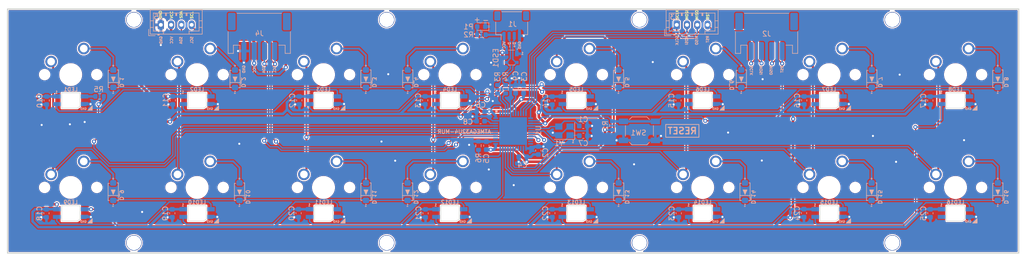
<source format=kicad_pcb>
(kicad_pcb (version 20211014) (generator pcbnew)
  (title_block (title "2x8 Keyboard PCB") (date "2023-01-12") (rev "1") (company " ahsanmehmoodawan1997@gmail.com") (comment 1 "Engr. Ahsan Mehmood Awan") (comment 2 "Profile : https://www.fiverr.com/pcbdesign_engr") (comment 3 "WahtsApp +923491540717"))
  (layers (0 "F.Cu" signal) (31 "B.Cu" signal) (34 "B.Paste" user) (35 "F.Paste" user) (36 "B.SilkS" user "B.Silkscreen") (37 "F.SilkS" user "F.Silkscreen") (38 "B.Mask" user) (39 "F.Mask" user) (44 "Edge.Cuts" user))
  (net 0 "")
  (net 1 "col0")
  (net 2 "col1")
  (net 3 "col2")
  (net 4 "col3")
  (net 5 "row1")
  (net 6 "Net-(D_1-Pad2)")
  (net 7 "Net-(D_2-Pad2)")
  (net 8 "Net-(D_3-Pad2)")
  (net 9 "Net-(D_4-Pad2)")
  (net 10 "Net-(D_5-Pad2)")
  (net 11 "Net-(D_6-Pad2)")
  (net 12 "Net-(D_7-Pad2)")
  (net 13 "Net-(D_8-Pad2)")
  (net 14 "Net-(D_9-Pad2)")
  (net 15 "Net-(D_10-Pad2)")
  (net 16 "Net-(D_11-Pad2)")
  (net 17 "Net-(D_12-Pad2)")
  (net 18 "Net-(D_13-Pad2)")
  (net 19 "Net-(D_14-Pad2)")
  (net 20 "Net-(D_15-Pad2)")
  (net 21 "Net-(D_16-Pad2)")
  (net 22 "RGB_LEDs")
  (net 28 "GND")
  (net 29 "XTAL2")
  (net 30 "VCC")
  (net 31 "XTAL1")
  (net 32 "RESET")
  (net 33 "D_N")
  (net 34 "D_P")
  (net 35 "row0")
  (net 37 "DP")
  (net 38 "DN")
  (net 39 "Net-(LED1-Pad2)")
  (net 40 "Net-(LED2-Pad2)")
  (net 41 "Net-(LED3-Pad2)")
  (net 42 "Net-(LED4-Pad2)")
  (net 43 "Net-(LED5-Pad2)")
  (net 44 "Net-(LED6-Pad2)")
  (net 45 "Net-(LED7-Pad2)")
  (net 46 "Net-(LED8-Pad2)")
  (net 47 "Net-(LED10-Pad4)")
  (net 48 "Net-(LED10-Pad2)")
  (net 49 "Net-(LED11-Pad2)")
  (net 50 "Net-(LED12-Pad2)")
  (net 51 "Net-(LED13-Pad2)")
  (net 52 "Net-(LED14-Pad2)")
  (net 53 "Net-(P1-Pad2)")
  (net 54 "col4")
  (net 55 "col5")
  (net 56 "col6")
  (net 57 "col7")
  (net 58 "Net-(C8-Pad2)")
  (net 59 "Net-(C9-Pad1)")
  (net 60 "Net-(LED15-Pad2)")
  (net 62 "MISO")
  (net 63 "MOSI")
  (net 64 "SDA")
  (net 65 "SCL")
  (net 66 "Net-(R5-Pad2)")
  (net 67 "Net-(R6-Pad2)")
  (net 68 "SCLK")
  (footprint "Ahsan Libs:HOLE-3mm" (layer "F.Cu") (at 125.715 80.875)
    (fp_text reference "H7" hide)
    (fp_text value "MountingHole" hide)
  )
  (footprint "Ahsan Libs:MXOnly-1U-NoLED" (layer "F.Cu") (at 187.215 113.574995)
    (fp_text reference "K_14")
    (fp_text value "KEYSW-1u")
  )
  (footprint "Ahsan Libs:MXOnly-1U-NoLED" (layer "F.Cu") (at 162.615 91.575)
    (fp_text reference "K_5")
    (fp_text value "KEYSW-1u")
  )
  (footprint "Ahsan Libs:MXOnly-1U-NoLED" (layer "F.Cu") (at 138.015 113.574995)
    (fp_text reference "K_12")
    (fp_text value "KEYSW-1u")
  )
  (footprint "Ahsan Libs:MXOnly-1U-NoLED" (layer "F.Cu") (at 64.215 113.574995)
    (fp_text reference "K_9")
    (fp_text value "KEYSW-1u")
  )
  (footprint "Ahsan Libs:HOLE-3mm" (layer "F.Cu") (at 174.915 80.875)
    (fp_text reference "H5" hide)
    (fp_text value "MountingHole" hide)
  )
  (footprint "Ahsan Libs:MXOnly-1U-NoLED" (layer "F.Cu") (at 211.815 91.575)
    (fp_text reference "K_7")
    (fp_text value "KEYSW-1u")
  )
  (footprint "Ahsan Libs:MXOnly-1U-NoLED" (layer "F.Cu") (at 64.215 91.575)
    (fp_text reference "K_1")
    (fp_text value "KEYSW-1u")
  )
  (footprint "Ahsan Libs:MXOnly-1U-NoLED" (layer "F.Cu") (at 236.415 91.575)
    (fp_text reference "K_8")
    (fp_text value "KEYSW-1u")
  )
  (footprint "Ahsan Libs:MXOnly-1U-NoLED" (layer "F.Cu") (at 211.815 113.574995)
    (fp_text reference "K_15")
    (fp_text value "KEYSW-1u")
  )
  (footprint "Ahsan Libs:MXOnly-1U-NoLED" (layer "F.Cu") (at 187.215 91.575)
    (fp_text reference "K_6")
    (fp_text value "KEYSW-1u")
  )
  (footprint "Ahsan Libs:MXOnly-1U-NoLED" (layer "F.Cu") (at 88.815 91.575)
    (fp_text reference "K_2")
    (fp_text value "KEYSW-1u")
  )
  (footprint "Ahsan Libs:MXOnly-1U-NoLED" (layer "F.Cu") (at 113.415 91.575)
    (fp_text reference "K_3")
    (fp_text value "KEYSW-1u")
  )
  (footprint "Ahsan Libs:MXOnly-1U-NoLED" (layer "F.Cu") (at 113.415 113.574995)
    (fp_text reference "K_11")
    (fp_text value "KEYSW-1u")
  )
  (footprint "Ahsan Libs:HOLE-3mm" (layer "F.Cu") (at 224.115 80.875)
    (fp_text reference "H6" hide)
    (fp_text value "MountingHole" hide)
  )
  (footprint "Ahsan Libs:MXOnly-1U-NoLED" (layer "F.Cu") (at 162.615 113.574995)
    (fp_text reference "K_13")
    (fp_text value "KEYSW-1u")
  )
  (footprint "Ahsan Libs:HOLE-3mm" (layer "F.Cu") (at 76.515 80.875)
    (fp_text reference "H8" hide)
    (fp_text value "MountingHole" hide)
  )
  (footprint "Ahsan Libs:MXOnly-1U-NoLED" (layer "F.Cu") (at 138.015 91.575)
    (fp_text reference "K_4")
    (fp_text value "KEYSW-1u")
  )
  (footprint "Ahsan Libs:MXOnly-1U-NoLED" (layer "F.Cu") (at 236.415 113.574995)
    (fp_text reference "K_16")
    (fp_text value "KEYSW-1u")
  )
  (footprint "Ahsan Libs:MXOnly-1U-NoLED" (layer "F.Cu") (at 88.815 113.574995)
    (fp_text reference "K_10")
    (fp_text value "KEYSW-1u")
  )
  (footprint "Ahsan Libs:C_0603_1608Metric" (layer "B.Cu") (at 108.565 118.595 90)
    (fp_text reference "C20")
    (fp_text value "100nF")
  )
  (footprint "Ahsan Libs:CRONE-SK6812MINI-E" (layer "B.Cu") (at 64.215 118.574995 180)
    (fp_text reference "LED9")
    (fp_text value "YS-SK6812MINI-E")
    (fp_line (start -1.27 -1.55) (end 1.76 -1.55) (layer "Edge.Cuts") (width 0.1))
    (fp_line (start -1.8 1.449999) (end -1.8 -1.220001) (layer "Edge.Cuts") (width 0.1))
    (fp_line (start -1.8 -1.220001) (end -1.27 -1.55) (layer "Edge.Cuts") (width 0.1))
    (fp_line (start 1.76 1.449999) (end -1.8 1.449999) (layer "Edge.Cuts") (width 0.1))
    (fp_line (start 1.76 -1.55) (end 1.76 1.449999) (layer "Edge.Cuts") (width 0.1))
  )
  (footprint "Ahsan Libs:C_0603_1608Metric" (layer "B.Cu") (at 59.535 96.615 90)
    (fp_text reference "C10")
    (fp_text value "100nF")
  )
  (footprint "Ahsan Libs:HOLE-3mm" (layer "B.Cu") (at 125.715 124.375005 180)
    (fp_text reference "H1" hide)
    (fp_text value "MountingHole" hide)
  )
  (footprint "Ahsan Libs:CRONE-SK6812MINI-E" (layer "B.Cu") (at 113.415 96.575 180)
    (fp_text reference "LED3")
    (fp_text value "YS-SK6812MINI-E")
    (fp_line (start 1.76 1.449999) (end -1.8 1.449999) (layer "Edge.Cuts") (width 0.1))
    (fp_line (start -1.8 1.449999) (end -1.8 -1.220001) (layer "Edge.Cuts") (width 0.1))
    (fp_line (start -1.8 -1.220001) (end -1.27 -1.55) (layer "Edge.Cuts") (width 0.1))
    (fp_line (start -1.27 -1.55) (end 1.76 -1.55) (layer "Edge.Cuts") (width 0.1))
    (fp_line (start 1.76 -1.55) (end 1.76 1.449999) (layer "Edge.Cuts") (width 0.1))
  )
  (footprint "Ahsan Libs:C_0603_1608Metric" (layer "B.Cu") (at 163.97 101.575 180)
    (fp_text reference "C1")
    (fp_text value "22pF")
  )
  (footprint "Ahsan Libs:C_0603_1608Metric" (layer "B.Cu") (at 133.275 118.62 90)
    (fp_text reference "C21")
    (fp_text value "100nF")
  )
  (footprint "Ahsan Libs:CRONE-SK6812MINI-E" (layer "B.Cu") (at 88.815 96.575 180)
    (fp_text reference "LED2")
    (fp_text value "YS-SK6812MINI-E")
    (fp_line (start 1.76 -1.55) (end 1.76 1.449999) (layer "Edge.Cuts") (width 0.1))
    (fp_line (start 1.76 1.449999) (end -1.8 1.449999) (layer "Edge.Cuts") (width 0.1))
    (fp_line (start -1.8 -1.220001) (end -1.27 -1.55) (layer "Edge.Cuts") (width 0.1))
    (fp_line (start -1.8 1.449999) (end -1.8 -1.220001) (layer "Edge.Cuts") (width 0.1))
    (fp_line (start -1.27 -1.55) (end 1.76 -1.55) (layer "Edge.Cuts") (width 0.1))
  )
  (footprint "Ahsan Libs:C_0603_1608Metric" (layer "B.Cu") (at 152.185 107.605 180)
    (fp_text reference "C4")
    (fp_text value "100nF")
  )
  (footprint "Ahsan Libs:PRTR5V0U2X" (layer "B.Cu") (at 150.035 88.25 -90)
    (fp_text reference "ESD1")
    (fp_text value "PRTR5V0U2X" hide)
  )
  (footprint "Ahsan Libs:C_0603_1608Metric" (layer "B.Cu") (at 182.495 96.615 90)
    (fp_text reference "C15")
    (fp_text value "100nF")
  )
  (footprint "Ahsan Libs:C_0603_1608Metric" (layer "B.Cu") (at 108.705 96.605 90)
    (fp_text reference "C12")
    (fp_text value "100nF")
  )
  (footprint "Ahsan Libs:CRONE-SK6812MINI-E" (layer "B.Cu") (at 236.415 118.574995 180)
    (fp_text reference "LED16")
    (fp_text value "YS-SK6812MINI-E")
    (fp_line (start -1.27 -1.55) (end 1.76 -1.55) (layer "Edge.Cuts") (width 0.1))
    (fp_line (start 1.76 -1.55) (end 1.76 1.449999) (layer "Edge.Cuts") (width 0.1))
    (fp_line (start -1.8 -1.220001) (end -1.27 -1.55) (layer "Edge.Cuts") (width 0.1))
    (fp_line (start -1.8 1.449999) (end -1.8 -1.220001) (layer "Edge.Cuts") (width 0.1))
    (fp_line (start 1.76 1.449999) (end -1.8 1.449999) (layer "Edge.Cuts") (width 0.1))
  )
  (footprint "Ahsan Libs:R_0603_1608Metric" (layer "B.Cu") (at 147.285 94.425 90)
    (fp_text reference "R3")
    (fp_text value "22 ohm")
  )
  (footprint "Connector_JST:JST_PH_B4B-PH-K_1x04_P2.00mm_Vertical" (layer "B.Cu") (at 182.155 81.875)
    (fp_text reference "J3")
    (fp_text value "Groove Connector")
  )
  (footprint "Ahsan Libs:CRONE-SK6812MINI-E" (layer "B.Cu") (at 211.815 96.575 180)
    (fp_text reference "LED7")
    (fp_text value "YS-SK6812MINI-E")
    (fp_line (start 1.76 -1.55) (end 1.76 1.449999) (layer "Edge.Cuts") (width 0.1))
    (fp_line (start -1.8 -1.220001) (end -1.27 -1.55) (layer "Edge.Cuts") (width 0.1))
    (fp_line (start 1.76 1.449999) (end -1.8 1.449999) (layer "Edge.Cuts") (width 0.1))
    (fp_line (start -1.8 1.449999) (end -1.8 -1.220001) (layer "Edge.Cuts") (width 0.1))
    (fp_line (start -1.27 -1.55) (end 1.76 -1.55) (layer "Edge.Cuts") (width 0.1))
  )
  (footprint "Connector_JST:JST_PH_B4B-PH-K_1x04_P2.00mm_Vertical" (layer "B.Cu") (at 81.755 81.875)
    (fp_text reference "J5")
    (fp_text value "Groove Connector")
  )
  (footprint "Ahsan Libs:D_SOD-123" (layer "B.Cu") (at 129.775 114.4 90)
    (fp_text reference "D_12")
    (fp_text value "1N4148W")
  )
  (footprint "Ahsan Libs:CRONE-SK6812MINI-E" (layer "B.Cu") (at 64.215 96.575 180)
    (fp_text reference "LED1")
    (fp_text value "YS-SK6812MINI-E")
    (fp_line (start -1.27 -1.55) (end 1.76 -1.55) (layer "Edge.Cuts") (width 0.1))
    (fp_line (start 1.76 1.449999) (end -1.8 1.449999) (layer "Edge.Cuts") (width 0.1))
    (fp_line (start -1.8 1.449999) (end -1.8 -1.220001) (layer "Edge.Cuts") (width 0.1))
    (fp_line (start -1.8 -1.220001) (end -1.27 -1.55) (layer "Edge.Cuts") (width 0.1))
    (fp_line (start 1.76 -1.55) (end 1.76 1.449999) (layer "Edge.Cuts") (width 0.1))
  )
  (footprint "Ahsan Libs:R_0603_1608Metric" (layer "B.Cu") (at 144.135 83.805)
    (fp_text reference "R2")
    (fp_text value "470 ohm")
  )
  (footprint "Ahsan Libs:D_SOD-123" (layer "B.Cu") (at 220.125 92.375 90)
    (fp_text reference "D_7")
    (fp_text value "1N4148W")
  )
  (footprint "Ahsan Libs:C_0603_1608Metric" (layer "B.Cu") (at 157.935 96.645 90)
    (fp_text reference "C14")
    (fp_text value "100nF")
  )
  (footprint "Ahsan Libs:C_0603_1608Metric" (layer "B.Cu") (at 150.805 94.425 90)
    (fp_text reference "C9")
    (fp_text value "1uF")
  )
  (footprint "Ahsan Libs:CRONE-SK6812MINI-E" (layer "B.Cu") (at 138.015 118.574995 180)
    (fp_text reference "LED12")
    (fp_text value "YS-SK6812MINI-E")
    (fp_line (start 1.76 1.449999) (end -1.8 1.449999) (layer "Edge.Cuts") (width 0.1))
    (fp_line (start -1.8 1.449999) (end -1.8 -1.220001) (layer "Edge.Cuts") (width 0.1))
    (fp_line (start -1.27 -1.55) (end 1.76 -1.55) (layer "Edge.Cuts") (width 0.1))
    (fp_line (start -1.8 -1.220001) (end -1.27 -1.55) (layer "Edge.Cuts") (width 0.1))
    (fp_line (start 1.76 -1.55) (end 1.76 1.449999) (layer "Edge.Cuts") (width 0.1))
  )
  (footprint "logos:pe_logo" (layer "B.Cu") (at 76.515 102.574998 180)
    (fp_text reference "G***" hide)
    (fp_text value "LOGO" hide)
  )
  (footprint "Ahsan Libs:CRONE-SK6812MINI-E" (layer "B.Cu") (at 211.815 118.574995 180)
    (fp_text reference "LED15")
    (fp_text value "YS-SK6812MINI-E")
    (fp_line (start -1.27 -1.55) (end 1.76 -1.55) (layer "Edge.Cuts") (width 0.1))
    (fp_line (start 1.76 1.449999) (end -1.8 1.449999) (layer "Edge.Cuts") (width 0.1))
    (fp_line (start -1.8 1.449999) (end -1.8 -1.220001) (layer "Edge.Cuts") (width 0.1))
    (fp_line (start -1.8 -1.220001) (end -1.27 -1.55) (layer "Edge.Cuts") (width 0.1))
    (fp_line (start 1.76 -1.55) (end 1.76 1.449999) (layer "Edge.Cuts") (width 0.1))
  )
  (footprint "Ahsan Libs:HOLE-3mm" (layer "B.Cu") (at 76.515 124.375005 180)
    (fp_text reference "H4" hide)
    (fp_text value "MountingHole" hide)
  )
  (footprint "Ahsan Libs:D_SOD-123" (layer "B.Cu") (at 170.855 114.4 90)
    (fp_text reference "D_13")
    (fp_text value "1N4148W")
  )
  (footprint "Ahsan Libs:C_0603_1608Metric" (layer "B.Cu") (at 231.515 96.635 90)
    (fp_text reference "C17")
    (fp_text value "100nF")
  )
  (footprint "Ahsan Libs:D_SOD-123" (layer "B.Cu") (at 72.505 92.375 90)
    (fp_text reference "D_1")
    (fp_text value "1N4148W")
  )
  (footprint "Ahsan Libs:R_0603_1608Metric" (layer "B.Cu") (at 169.635 101.515 -90)
    (fp_text reference "R1")
    (fp_text value "10k")
  )
  (footprint "Ahsan Libs:C_0603_1608Metric" (layer "B.Cu") (at 206.965 96.605 90)
    (fp_text reference "C16")
    (fp_text value "100nF")
  )
  (footprint "Ahsan Libs:HOLE-3mm" (layer "B.Cu") (at 224.115 124.375005 180)
    (fp_text reference "H2" hide)
    (fp_text value "MountingHole" hide)
  )
  (footprint "Ahsan Libs:C_0603_1608Metric" (layer "B.Cu") (at 59.495 118.615 90)
    (fp_text reference "C18")
    (fp_text value "100nF")
  )
  (footprint "Connector_JST:JST_PH_S4B-PH-SM4-TB_1x04-1MP_P2.00mm_Horizontal" (layer "B.Cu") (at 100.915 84.125)
    (fp_text reference "J4")
    (fp_text value "Groove Connector")
  )
  (footprint "Ahsan Libs:D_SOD-123" (layer "B.Cu") (at 244.645 114.4 90)
    (fp_text reference "D_16")
    (fp_text value "1N4148W")
  )
  (footprint "Ahsan Libs:R_0603_1608Metric" (layer "B.Cu") (at 69.845 95.825)
    (fp_text reference "R5")
    (fp_text value "470 ohm")
  )
  (footprint "Ahsan Libs:D_SOD-123" (layer "B.Cu") (at 97.065 114.4 90)
    (fp_text reference "D_10")
    (fp_text value "1N4148W")
  )
  (footprint "Ahsan Libs:HOLE-3mm" (layer "B.Cu") (at 174.915 124.375005 180)
    (fp_text reference "H3" hide)
    (fp_text value "MountingHole" hide)
  )
  (footprint "Ahsan Libs:CRONE-SK6812MINI-E" (layer "B.Cu") (at 138.015 96.575 180)
    (fp_text reference "LED4")
    (fp_text value "YS-SK6812MINI-E")
    (fp_line (start 1.76 -1.55) (end 1.76 1.449999) (layer "Edge.Cuts") (width 0.1))
    (fp_line (start -1.8 -1.220001) (end -1.27 -1.55) (layer "Edge.Cuts") (width 0.1))
    (fp_line (start 1.76 1.449999) (end -1.8 1.449999) (layer "Edge.Cuts") (width 0.1))
    (fp_line (start -1.8 1.449999) (end -1.8 -1.220001) (layer "Edge.Cuts") (width 0.1))
    (fp_line (start -1.27 -1.55) (end 1.76 -1.55) (layer "Edge.Cuts") (width 0.1))
  )
  (footprint "Ahsan Libs:CRONE-SK6812MINI-E" (layer "B.Cu") (at 236.415 96.575 180)
    (fp_text reference "LED8")
    (fp_text value "YS-SK6812MINI-E")
    (fp_line (start -1.8 -1.220001) (end -1.27 -1.55) (layer "Edge.Cuts") (width 0.1))
    (fp_line (start 1.76 -1.55) (end 1.76 1.449999) (layer "Edge.Cuts") (width 0.1))
    (fp_line (start 1.76 1.449999) (end -1.8 1.449999) (layer "Edge.Cuts") (width 0.1))
    (fp_line (start -1.27 -1.55) (end 1.76 -1.55) (layer "Edge.Cuts") (width 0.1))
    (fp_line (start -1.8 1.449999) (end -1.8 -1.220001) (layer "Edge.Cuts") (width 0.1))
  )
  (footprint "Ahsan Libs:D_SOD-123" (layer "B.Cu") (at 129.805 92.375 90)
    (fp_text reference "D_4")
    (fp_text value "1N4148W")
  )
  (footprint "Ahsan Libs:D_SOD-123" (layer "B.Cu") (at 195.445 114.4 90)
    (fp_text reference "D_14")
    (fp_text value "1N4148W")
  )
  (footprint "Ahsan Libs:C_0603_1608Metric" (layer "B.Cu") (at 133.205 96.585 90)
    (fp_text reference "C13")
    (fp_text value "100nF")
  )
  (footprint "Ahsan Libs:D_SOD-123" (layer "B.Cu") (at 121.665 92.375 90)
    (fp_text reference "D_3")
    (fp_text value "1N4148W")
  )
  (footprint "Ahsan Libs:C_0603_1608Metric" (layer "B.Cu") (at 155.225 106.375 90)
    (fp_text reference "C2")
    (fp_text value "100nF")
  )
  (footprint "Ahsan Libs:JST_SH_SM04B-SRSS-TB_1x04-1MP_P1.00mm_Horizontal" (layer "B.Cu") (at 150.045 82.005)
    (fp_text reference "J1")
    (fp_text value "SM04B-SRSS-TB(LF)(SN)")
  )
  (footprint "Connector_JST:JST_PH_S4B-PH-SM4-TB_1x04-1MP_P2.00mm_Horizontal" (layer "B.Cu") (at 199.645 84.125)
    (fp_text reference "J2")
    (fp_text value "Groove Connector")
  )
  (footprint "Ahsan Libs:D_SOD-123" (layer "B.Cu") (at 121.675 114.4 90)
    (fp_text reference "D_11")
    (fp_text value "1N4148W")
  )
  (footprint "Ahsan Libs:Crystal_SMD_3225-4Pin_3.2x2.5mm" (layer "B.Cu") (at 160.305 102.555 180)
    (fp_text reference "Y1")
    (fp_text value "16MHz")
  )
  (footprint "Ahsan Libs:D_SOD-123" (layer "B.Cu") (at 96.195 92.375 90)
    (fp_text reference "D_2")
    (fp_text value "1N4148W")
  )
  (footprint "Ahsan Libs:LED_0603_1608Metric" (layer "B.Cu") (at 144.115 82.215 180)
    (fp_text reference "P1")
    (fp_text value "LED")
  )
  (footprint "Ahsan Libs:C_0603_1608Metric" (layer "B.Cu") (at 231.525 118.61 90)
    (fp_text reference "C25")
    (fp_text value "100nF")
  )
  (footprint "Ahsan Libs:D_SOD-123" (layer "B.Cu") (at 220.085 114.4 90)
    (fp_text reference "D_15")
    (fp_text value "1N4148W")
  )
  (footprint "Ahsan Libs:R_0603_1608Metric" (layer "B.Cu") (at 143.575 105.43 -90)
    (fp_text reference "R6")
    (fp_text value "10k")
  )
  (footprint "Ahsan Libs:CRONE-SK6812MINI-E" (layer "B.Cu") (at 113.415 118.574995 180)
    (fp_text reference "LED11")
    (fp_text value "YS-SK6812MINI-E")
    (fp_line (start -1.27 -1.55) (end 1.76 -1.55) (layer "Edge.Cuts") (width 0.1))
    (fp_line (start 1.76 -1.55) (end 1.76 1.449999) (layer "Edge.Cuts") (width 0.1))
    (fp_line (start -1.8 1.449999) (end -1.8 -1.220001) (layer "Edge.Cuts") (width 0.1))
    (fp_line (start 1.76 1.449999) (end -1.8 1.449999) (layer "Edge.Cuts") (width 0.1))
    (fp_line (start -1.8 -1.220001) (end -1.27 -1.55) (layer "Edge.Cuts") (width 0.1))
  )
  (footprint "Ahsan Libs:CRONE-SK6812MINI-E" (layer "B.Cu") (at 162.615 118.574995 180)
    (fp_text reference "LED13")
    (fp_text value "YS-SK6812MINI-E")
    (fp_line (start -1.8 1.449999) (end -1.8 -1.220001) (layer "Edge.Cuts") (width 0.1))
    (fp_line (start -1.8 -1.220001) (end -1.27 -1.55) (layer "Edge.Cuts") (width 0.1))
    (fp_line (start 1.76 -1.55) (end 1.76 1.449999) (layer "Edge.Cuts") (width 0.1))
    (fp_line (start 1.76 1.449999) (end -1.8 1.449999) (layer "Edge.Cuts") (width 0.1))
    (fp_line (start -1.27 -1.55) (end 1.76 -1.55) (layer "Edge.Cuts") (width 0.1))
  )
  (footprint "Ahsan Libs:C_0603_1608Metric" (layer "B.Cu") (at 163.99 103.505 180)
    (fp_text reference "C7")
    (fp_text value "22pF")
  )
  (footprint "Ahsan Libs:D_SOD-123" (layer "B.Cu") (at 170.835 92.375 90)
    (fp_text reference "D_5")
    (fp_text value "1N4148W")
  )
  (footprint "Ahsan Libs:CRONE-SK6812MINI-E" (layer "B.Cu") (at 187.215 118.574995 180)
    (fp_text reference "LED14")
    (fp_text value "YS-SK6812MINI-E")
    (fp_line (start -1.8 -1.220001) (end -1.27 -1.55) (layer "Edge.Cuts") (width 0.1))
    (fp_line (start -1.27 -1.55) (end 1.76 -1.55) (layer "Edge.Cuts") (width 0.1))
    (fp_line (start -1.8 1.449999) (end -1.8 -1.220001) (layer "Edge.Cuts") (width 0.1))
    (fp_line (start 1.76 1.449999) (end -1.8 1.449999) (layer "Edge.Cuts") (width 0.1))
    (fp_line (start 1.76 -1.55) (end 1.76 1.449999) (layer "Edge.Cuts") (width 0.1))
  )
  (footprint "Ahsan Libs:D_SOD-123" (layer "B.Cu") (at 72.485 114.4 90)
    (fp_text reference "D_9")
    (fp_text value "1N4148W")
  )
  (footprint "Ahsan Libs:CRONE-SK6812MINI-E" (layer "B.Cu") (at 187.215 96.575 180)
    (fp_text reference "LED6")
    (fp_text value "YS-SK6812MINI-E")
    (fp_line (start -1.8 -1.220001) (end -1.27 -1.55) (layer "Edge.Cuts") (width 0.1))
    (fp_line (start 1.76 1.449999) (end -1.8 1.449999) (layer "Edge.Cuts") (width 0.1))
    (fp_line (start -1.8 1.449999) (end -1.8 -1.220001) (layer "Edge.Cuts") (width 0.1))
    (fp_line (start 1.76 -1.55) (end 1.76 1.449999) (layer "Edge.Cuts") (width 0.1))
    (fp_line (start -1.27 -1.55) (end 1.76 -1.55) (layer "Edge.Cuts") (width 0.1))
  )
  (footprint "Ahsan Libs:C_0603_1608Metric" (layer "B.Cu") (at 143.99 100.645)
    (fp_text reference "C8")
    (fp_text value "100nF")
  )
  (footprint "Ahsan Libs:C_0603_1608Metric" (layer "B.Cu") (at 152.355 94.425 90)
    (fp_text reference "C3")
    (fp_text value "100nF")
  )
  (footprint "Ahsan Libs:C_0603_1608Metric" (layer "B.Cu") (at 83.985 118.615 90)
    (fp_text reference "C19")
    (fp_text value "100nF")
  )
  (footprint "Ahsan Libs:D_SOD-123" (layer "B.Cu") (at 244.645 92.375 90)
    (fp_text reference "D_8")
    (fp_text value "1N4148W")
  )
  (footprint "Ahsan Libs:C_0603_1608Metric" (layer "B.Cu") (at 206.925 118.575 90)
    (fp_text reference "C24")
    (fp_text value "100nF")
  )
  (footprint "Ahsan Libs:C_0603_1608Metric" (layer "B.Cu") (at 143.99 98.775 180)
    (fp_text reference "C6")
    (fp_text value "10uF")
  )
  (footprint "Ahsan Libs:K2-1187SQ-A4SW-06" (layer "B.Cu") (at 174.895 102.545)
    (fp_text reference "SW1")
    (fp_text value "SW_SPST")
  )
  (footprint "Ahsan Libs:R_0603_1608Metric" (layer "B.Cu") (at 148.865 94.425 90)
    (fp_text reference "R4")
    (fp_text value "22 ohm")
  )
  (footprint "Ahsan Libs:CRONE-SK6812MINI-E" (layer "B.Cu") (at 88.815 118.574995 180)
    (fp_text reference "LED10")
    (fp_text value "YS-SK6812MINI-E")
    (fp_line (start -1.8 1.449999) (end -1.8 -1.220001) (layer "Edge.Cuts") (width 0.1))
    (fp_line (start 1.76 -1.55) (end 1.76 1.449999) (layer "Edge.Cuts") (width 0.1))
    (fp_line (start -1.8 -1.220001) (end -1.27 -1.55) (layer "Edge.Cuts") (width 0.1))
    (fp_line (start -1.27 -1.55) (end 1.76 -1.55) (layer "Edge.Cuts") (width 0.1))
    (fp_line (start 1.76 1.449999) (end -1.8 1.449999) (layer "Edge.Cuts") (width 0.1))
  )
  (footprint "Ahsan Libs:D_SOD-123" (layer "B.Cu") (at 194.725 92.375 90)
    (fp_text reference "D_6")
    (fp_text value "1N4148W")
  )
  (footprint "Ahsan Libs:C_0603_1608Metric" (layer "B.Cu") (at 84.075 96.595 90)
    (fp_text reference "C11")
    (fp_text value "100nF")
  )
  (footprint "Ahsan Libs:C_0603_1608Metric" (layer "B.Cu") (at 145.105 105.43 90)
    (fp_text reference "C5")
    (fp_text value "100nF")
  )
  (footprint "Ahsan Libs:C_0603_1608Metric" (layer "B.Cu") (at 182.545 118.615 90)
    (fp_text reference "C23")
    (fp_text value "100nF")
  )
  (footprint "Ahsan Libs:C_0603_1608Metric" (layer "B.Cu") (at 157.945 118.595 90)
    (fp_text reference "C22")
    (fp_text value "100nF")
  )
  (footprint "Ahsan Libs:ATMEGA32U4-MURr" (layer "B.Cu") (at 150.315 102.574998 -90)
    (fp_text reference "U1")
    (fp_text value "ATMEGA32U4-MUR")
  )
  (footprint "Ahsan Libs:CRONE-SK6812MINI-E" (layer "B.Cu") (at 162.615 96.575 180)
    (fp_text reference "LED5")
    (fp_text value "YS-SK6812MINI-E")
    (fp_line (start 1.76 1.449999) (end -1.8 1.449999) (layer "Edge.Cuts") (width 0.1))
    (fp_line (start 1.76 -1.55) (end 1.76 1.449999) (layer "Edge.Cuts") (width 0.1))
    (fp_line (start -1.8 -1.220001) (end -1.27 -1.55) (layer "Edge.Cuts") (width 0.1))
    (fp_line (start -1.8 1.449999) (end -1.8 -1.220001) (layer "Edge.Cuts") (width 0.1))
    (fp_line (start -1.27 -1.55) (end 1.76 -1.55) (layer "Edge.Cuts") (width 0.1))
  )
  (gr_rect (start 180.015 101.3) (end 186.475 103.79) (layer "B.SilkS") (width 0.15) (fill none))
  (gr_line (start 248.715 78.775) (end 51.915 78.775) (layer "Edge.Cuts") (width 0.2))
  (gr_line (start 248.715 126.375) (end 248.715 78.775) (layer "Edge.Cuts") (width 0.2))
  (gr_line (start 51.915 78.775) (end 51.915 126.375) (layer "Edge.Cuts") (width 0.2))
  (gr_line (start 51.915 126.375) (end 248.715 126.375) (layer "Edge.Cuts") (width 0.2))
  (gr_text "SCL" (at 103.905 90.525 90) (layer "B.SilkS") (effects (font (size 0.5 0.5) (thickness 0.125)) (justify mirror)))
  (gr_text "1" (at 152.115 87.445) (layer "B.SilkS") (effects (font (size 0.5 0.5) (thickness 0.125)) (justify mirror)))
  (gr_text "RESET" (at 183.225 102.545) (layer "B.SilkS") (effects (font (size 1.25 1.25) (thickness 0.25)) (justify mirror)))
  (gr_text "GND" (at 97.915 90.525 90) (layer "B.SilkS") (effects (font (size 0.5 0.5) (thickness 0.125)) (justify mirror)))
  (gr_text "SCL" (at 87.775 84.845 90) (layer "B.SilkS") (effects (font (size 0.5 0.5) (thickness 0.125)) (justify mirror)))
  (gr_text "RST" (at 202.665 90.535 90) (layer "B.SilkS") (effects (font (size 0.5 0.5) (thickness 0.125)) (justify mirror)))
  (gr_text "VCC" (at 83.855 84.855 90) (layer "B.SilkS") (effects (font (size 0.5 0.5) (thickness 0.125)) (justify mirror)))
  (gr_text "MISO" (at 186.045 84.875 90) (layer "B.SilkS") (effects (font (size 0.5 0.5) (thickness 0.125)) (justify mirror)))
  (gr_text "RST" (at 188.175 84.675 90) (layer "B.SilkS") (effects (font (size 0.5 0.5) (thickness 0.125)) (justify mirror)))
  (gr_text "MOSI" (at 184.095 84.875 90) (layer "B.SilkS") (effects (font (size 0.5 0.5) (thickness 0.125)) (justify mirror)))
  (gr_text "SDA" (at 101.805 90.565 90) (layer "B.SilkS") (effects (font (size 0.5 0.5) (thickness 0.125)) (justify mirror)))
  (gr_text "SDA" (at 85.675 84.885 90) (layer "B.SilkS") (effects (font (size 0.5 0.5) (thickness 0.125)) (justify mirror)))
  (gr_text "MOSI" (at 198.585 90.735 90) (layer "B.SilkS") (effects (font (size 0.5 0.5) (thickness 0.125)) (justify mirror)))
  (gr_text "SCLK" (at 196.705 90.775 90) (layer "B.SilkS") (effects (font (size 0.5 0.5) (thickness 0.125)) (justify mirror)))
  (gr_text "1" (at 147.795 98.105) (layer "B.SilkS") (effects (font (size 0.5 0.5) (thickness 0.125)) (justify mirror)))
  (gr_text "MISO" (at 200.535 90.735 90) (layer "B.SilkS") (effects (font (size 0.5 0.5) (thickness 0.125)) (justify mirror)))
  (gr_text "VCC" (at 99.985 90.535 90) (layer "B.SilkS") (effects (font (size 0.5 0.5) (thickness 0.125)) (justify mirror)))
  (gr_text "GND" (at 81.785 84.845 90) (layer "B.SilkS") (effects (font (size 0.5 0.5) (thickness 0.125)) (justify mirror)))
  (gr_text "SCLK" (at 182.215 84.915 90) (layer "B.SilkS") (effects (font (size 0.5 0.5) (thickness 0.125)) (justify mirror)))
  (gr_text "SCLK" (at 182.255 79.865 90) (layer "F.SilkS") (effects (font (size 0.5 0.5) (thickness 0.125))))
  (gr_text "MOSI" (at 184.135 79.905 90) (layer "F.SilkS") (effects (font (size 0.5 0.5) (thickness 0.125))))
  (gr_text "MISO" (at 186.085 79.905 90) (layer "F.SilkS") (effects (font (size 0.5 0.5) (thickness 0.125))))
  (gr_text "SCL" (at 87.785 79.965 90) (layer "F.SilkS") (effects (font (size 0.5 0.5) (thickness 0.125))))
  (gr_text "VCC" (at 83.855 79.925 90) (layer "F.SilkS") (effects (font (size 0.5 0.5) (thickness 0.125))))
  (gr_text "GND" (at 81.685 79.875 90) (layer "F.SilkS") (effects (font (size 0.5 0.5) (thickness 0.125))))
  (gr_text "SDA" (at 85.715 79.895 90) (layer "F.SilkS") (effects (font (size 0.5 0.5) (thickness 0.125))))
  (gr_text "RST" (at 188.215 80.105 90) (layer "F.SilkS") (effects (font (size 0.5 0.5) (thickness 0.125))))
  (segment (start 60.795 109.835) (end 60.805 109.845) (width 0.381) (layer "F.Cu") (net 1))
  (segment (start 60.805 109.845) (end 60.805 110.634995) (width 0.381) (layer "F.Cu") (net 1))
  (segment (start 60.405 89.035) (end 60.795 89.425) (width 0.381) (layer "F.Cu") (net 1))
  (segment (start 60.805 110.634995) (end 60.405 111.034995) (width 0.381) (layer "F.Cu") (net 1))
  (segment (start 60.795 89.425) (end 60.795 109.835) (width 0.381) (layer "F.Cu") (net 1))
  (segment (start 68.326856 106.105) (end 65.334995 106.105) (width 0.254) (layer "B.Cu") (net 1))
  (segment (start 146.113 102.097998) (end 146.113 102.120998) (width 0.254) (layer "B.Cu") (net 1))
  (segment (start 71.656856 109.435) (end 68.326856 106.105) (width 0.254) (layer "B.Cu") (net 1))
  (segment (start 84.551 103.816948) (end 84.551 107.419) (width 0.254) (layer "B.Cu") (net 1))
  (segment (start 146.892 102.097998) (end 146.113 102.097998) (width 0.254) (layer "B.Cu") (net 1))
  (segment (start 82.535 109.435) (end 71.656856 109.435) (width 0.254) (layer "B.Cu") (net 1))
  (segment (start 84.551 107.419) (end 82.535 109.435) (width 0.254) (layer "B.Cu") (net 1))
  (segment (start 146.915 102.074998) (end 146.892 102.097998) (width 0.254) (layer "B.Cu") (net 1))
  (segment (start 146.113 102.120998) (end 86.24695 102.120998) (width 0.254) (layer "B.Cu") (net 1))
  (segment (start 86.24695 102.120998) (end 84.551 103.816948) (width 0.254) (layer "B.Cu") (net 1))
  (segment (start 65.334995 106.105) (end 60.405 111.034995) (width 0.254) (layer "B.Cu") (net 1))
  (segment (start 85.005 89.035) (end 85.305 89.335) (width 0.381) (layer "F.Cu") (net 2))
  (segment (start 85.305 110.734995) (end 85.005 111.034995) (width 0.381) (layer "F.Cu") (net 2))
  (segment (start 85.305 89.335) (end 85.305 110.734995) (width 0.381) (layer "F.Cu") (net 2))
  (segment (start 85.005 104.005) (end 85.005 111.034995) (width 0.254) (layer "B.Cu") (net 2))
  (segment (start 146.915 102.574998) (end 86.435002 102.574998) (width 0.254) (layer "B.Cu") (net 2))
  (segment (start 86.435002 102.574998) (end 85.005 104.005) (width 0.254) (layer "B.Cu") (net 2))
  (segment (start 110.095 89.525) (end 110.095 110.544995) (width 0.381) (layer "F.Cu") (net 3))
  (segment (start 109.605 89.035) (end 110.095 89.525) (width 0.381) (layer "F.Cu") (net 3))
  (segment (start 110.095 110.544995) (end 109.605 111.034995) (width 0.381) (layer "F.Cu") (net 3))
  (via (at 110.095 103.785) (size 0.8) (drill 0.4) (layers "F.Cu" "B.Cu") (net 3))
  (segment (start 110.115 103.785) (end 110.095 103.785) (width 0.254) (layer "B.Cu") (net 3))
  (segment (start 110.825002 103.074998) (end 110.115 103.785) (width 0.254) (layer "B.Cu") (net 3))
  (segment (start 146.915 103.074998) (end 110.825002 103.074998) (width 0.254) (layer "B.Cu") (net 3))
  (segment (start 134.775 89.605) (end 134.775 104.255) (width 0.381) (layer "F.Cu") (net 4))
  (segment (start 134.785 109.705) (end 134.785 110.454995) (width 0.381) (layer "F.Cu") (net 4))
  (segment (start 134.785 110.454995) (end 134.205 111.034995) (width 0.381) (layer "F.Cu") (net 4))
  (segment (start 134.775 109.695) (end 134.785 109.705) (width 0.381) (layer "F.Cu") (net 4))
  (segment (start 134.205 89.035) (end 134.775 89.605) (width 0.381) (layer "F.Cu") (net 4))
  (segment (start 134.775 104.255) (end 134.775 109.695) (width 0.381) (layer "F.Cu") (net 4))
  (via (at 134.775 104.255) (size 0.8) (drill 0.4) (layers "F.Cu" "B.Cu") (net 4))
  (segment (start 134.795 104.275) (end 134.775 104.255) (width 0.254) (layer "B.Cu") (net 4))
  (segment (start 135.495002 103.574998) (end 134.795 104.275) (width 0.254) (layer "B.Cu") (net 4))
  (segment (start 146.915 103.574998) (end 135.495002 103.574998) (width 0.254) (layer "B.Cu") (net 4))
  (segment (start 147.29 116.1) (end 170.855 116.1) (width 0.254) (layer "B.Cu") (net 5))
  (segment (start 72.485 116.1) (end 72.63 115.955) (width 0.254) (layer "B.Cu") (net 5))
  (segment (start 72.63 115.955) (end 121.53 115.955) (width 0.254) (layer "B.Cu") (net 5))
  (segment (start 170.855 116.1) (end 244.645 116.1) (width 0.254) (layer "B.Cu") (net 5))
  (segment (start 129.775 116.1) (end 147.29 116.1) (width 0.254) (layer "B.Cu") (net 5))
  (segment (start 121.675 116.1) (end 129.775 116.1) (width 0.254) (layer "B.Cu") (net 5))
  (segment (start 121.53 115.955) (end 121.675 116.1) (width 0.254) (layer "B.Cu") (net 5))
  (segment (start 148.315 105.974998) (end 148.315 115.075) (width 0.254) (layer "B.Cu") (net 5))
  (segment (start 148.315 115.075) (end 147.29 116.1) (width 0.254) (layer "B.Cu") (net 5))
  (segment (start 70.865 86.495) (end 72.505 88.135) (width 0.381) (layer "B.Cu") (net 6))
  (segment (start 72.505 88.135) (end 72.505 90.675) (width 0.381) (layer "B.Cu") (net 6))
  (segment (start 66.755 86.495) (end 70.865 86.495) (width 0.381) (layer "B.Cu") (net 6))
  (segment (start 96.195 89.905) (end 92.785 86.495) (width 0.381) (layer "B.Cu") (net 7))
  (segment (start 92.785 86.495) (end 91.355 86.495) (width 0.381) (layer "B.Cu") (net 7))
  (segment (start 96.195 90.675) (end 96.195 89.905) (width 0.381) (layer "B.Cu") (net 7))
  (segment (start 120.335 86.495) (end 121.665 87.825) (width 0.381) (layer "B.Cu") (net 8))
  (segment (start 121.665 87.825) (end 121.665 90.675) (width 0.381) (layer "B.Cu") (net 8))
  (segment (start 115.955 86.495) (end 120.335 86.495) (width 0.381) (layer "B.Cu") (net 8))
  (segment (start 131.335 86.495) (end 129.805 88.025) (width 0.381) (layer "B.Cu") (net 9))
  (segment (start 140.555 86.495) (end 131.335 86.495) (width 0.381) (layer "B.Cu") (net 9))
  (segment (start 129.805 88.025) (end 129.805 90.675) (width 0.381) (layer "B.Cu") (net 9))
  (segment (start 169.565 86.495) (end 170.835 87.765) (width 0.381) (layer "B.Cu") (net 10))
  (segment (start 170.835 87.765) (end 170.835 90.675) (width 0.381) (layer "B.Cu") (net 10))
  (segment (start 165.155 86.495) (end 169.565 86.495) (width 0.381) (layer "B.Cu") (net 10))
  (segment (start 194.725 90.675) (end 194.725 89.805) (width 0.381) (layer "B.Cu") (net 11))
  (segment (start 194.725 89.805) (end 191.415 86.495) (width 0.381) (layer "B.Cu") (net 11))
  (segment (start 191.415 86.495) (end 189.755 86.495) (width 0.381) (layer "B.Cu") (net 11))
  (segment (start 218.885 86.495) (end 220.125 87.735) (width 0.381) (layer "B.Cu") (net 12))
  (segment (start 214.355 86.495) (end 218.885 86.495) (width 0.381) (layer "B.Cu") (net 12))
  (segment (start 220.125 87.735) (end 220.125 90.675) (width 0.381) (layer "B.Cu") (net 12))
  (segment (start 238.955 86.495) (end 243.455 86.495) (width 0.381) (layer "B.Cu") (net 13))
  (segment (start 244.645 87.685) (end 244.645 90.675) (width 0.381) (layer "B.Cu") (net 13))
  (segment (start 243.455 86.495) (end 244.645 87.685) (width 0.381) (layer "B.Cu") (net 13))
  (segment (start 69.984995 108.494995) (end 72.485 110.995) (width 0.381) (layer "B.Cu") (net 14))
  (segment (start 72.485 110.995) (end 72.485 112.7) (width 0.381) (layer "B.Cu") (net 14))
  (segment (start 66.755 108.494995) (end 69.984995 108.494995) (width 0.381) (layer "B.Cu") (net 14))
  (segment (start 91.355 108.494995) (end 95.834995 108.494995) (width 0.381) (layer "B.Cu") (net 15))
  (segment (start 95.834995 108.494995) (end 97.065 109.725) (width 0.381) (layer "B.Cu") (net 15))
  (segment (start 97.065 109.725) (end 97.065 112.7) (width 0.381) (layer "B.Cu") (net 15))
  (segment (start 115.955 108.494995) (end 120.774995 108.494995) (width 0.381) (layer "B.Cu") (net 16))
  (segment (start 121.675 109.395) (end 121.675 112.7) (width 0.381) (layer "B.Cu") (net 16))
  (segment (start 120.774995 108.494995) (end 121.675 109.395) (width 0.381) (layer "B.Cu") (net 16))
  (segment (start 129.755 109.575) (end 129.755 112.68) (width 0.381) (layer "B.Cu") (net 17))
  (segment (start 129.755 112.68) (end 129.775 112.7) (width 0.381) (layer "B.Cu") (net 17))
  (segment (start 130.835005 108.494995) (end 140.555 108.494995) (width 0.381) (layer "B.Cu") (net 17))
  (segment (start 130.835005 108.494995) (end 129.755 109.575) (width 0.381) (layer "B.Cu") (net 17))
  (segment (start 170.855 109.995) (end 170.855 112.7) (width 0.381) (layer "B.Cu") (net 18))
  (segment (start 169.354995 108.494995) (end 170.855 109.995) (width 0.381) (layer "B.Cu") (net 18))
  (segment (start 165.155 108.494995) (end 169.354995 108.494995) (width 0.381) (layer "B.Cu") (net 18))
  (segment (start 194.424995 108.494995) (end 195.445 109.515) (width 0.381) (layer "B.Cu") (net 19))
  (segment (start 195.445 109.515) (end 195.445 112.7) (width 0.381) (layer "B.Cu") (net 19))
  (segment (start 189.755 108.494995) (end 194.424995 108.494995) (width 0.381) (layer "B.Cu") (net 19))
  (segment (start 218.594995 108.494995) (end 220.085 109.985) (width 0.381) (layer "B.Cu") (net 20))
  (segment (start 214.355 108.494995) (end 218.594995 108.494995) (width 0.381) (layer "B.Cu") (net 20))
  (segment (start 220.085 109.985) (end 220.085 112.7) (width 0.381) (layer "B.Cu") (net 20))
  (segment (start 244.645 109.485) (end 244.645 112.7) (width 0.381) (layer "B.Cu") (net 21))
  (segment (start 238.955 108.494995) (end 243.654995 108.494995) (width 0.381) (layer "B.Cu") (net 21))
  (segment (start 243.654995 108.494995) (end 244.645 109.485) (width 0.381) (layer "B.Cu") (net 21))
  (segment (start 66.915 95.825) (end 69.02 95.825) (width 0.508) (layer "B.Cu") (net 22))
  (segment (start 158.035 104.715) (end 158.035 102.905) (width 0.508) (layer "F.Cu") (net 28))
  (segment (start 156.225 105.595) (end 157.155 105.595) (width 0.508) (layer "F.Cu") (net 28))
  (segment (start 151.395 112.165) (end 150.435 113.125) (width 0.508) (layer "F.Cu") (net 28))
  (segment (start 96.955 97.325) (end 92.855 97.325) (width 0.508) (layer "F.Cu") (net 28))
  (segment (start 97.915 96.365) (end 96.955 97.325) (width 0.508) (layer "F.Cu") (net 28))
  (segment (start 157.155 105.595) (end 158.035 104.715) (width 0.508) (layer "F.Cu") (net 28))
  (segment (start 151.395 108.595) (end 151.395 112.165) (width 0.508) (layer "F.Cu") (net 28))
  (segment (start 97.915 89.235) (end 97.915 96.365) (width 0.508) (layer "F.Cu") (net 28))
  (via (at 220.345 103.535) (size 0.8) (drill 0.4) (layers "F.Cu" "B.Cu") (net 28))
  (via (at 127.365 108.365) (size 0.8) (drill 0.4) (layers "F.Cu" "B.Cu") (net 28))
  (via (at 141.755 105.275) (size 0.8) (drill 0.4) (layers "F.Cu" "B.Cu") (net 28))
  (via (at 96.785 86.975) (size 0.8) (drill 0.4) (layers "F.Cu" "B.Cu") (net 28))
  (via (at 66.935 100.815) (size 0.8) (drill 0.4) (layers "F.Cu" "B.Cu") (net 28))
  (via (at 145.585 110.075) (size 0.8) (drill 0.4) (layers "F.Cu" "B.Cu") (net 28))
  (via (at 78.115 118.355) (size 0.8) (drill 0.4) (layers "F.Cu" "B.Cu") (net 28))
  (via (at 157.075 97.415) (size 0.8) (drill 0.4) (layers "F.Cu" "B.Cu") (net 28))
  (via (at 151.395 108.595) (size 0.8) (drill 0.4) (layers "F.Cu" "B.Cu") (net 28))
  (via (at 64.055 101.265) (size 0.8) (drill 0.4) (layers "F.Cu" "B.Cu") (net 28))
  (via (at 166.565 119.345) (size 0.8) (drill 0.4) (layers "F.Cu" "B.Cu") (net 28))
  (via (at 97.025 105.065) (size 0.8) (drill 0.4) (layers "F.Cu" "B.Cu") (net 28))
  (via (at 151.515 92.245) (size 0.8) (drill 0.4) (layers "F.Cu" "B.Cu") (net 28))
  (via (at 83.075 119.375) (size 0.8) (drill 0.4) (layers "F.Cu" "B.Cu") (net 28))
  (via (at 107.705 119.375) (size 0.8) (drill 0.4) (layers "F.Cu" "B.Cu") (net 28))
  (via (at 198.715 108.335) (size 0.8) (drill 0.4) (layers "F.Cu" "B.Cu") (net 28))
  (via (at 215.745 119.315) (size 0.8) (drill 0.4) (layers "F.Cu" "B.Cu") (net 28))
  (via (at 92.855 97.325) (size 0.8) (drill 0.4) (layers "F.Cu" "B.Cu") (net 28))
  (via (at 206.005 97.355) (size 0.8) (drill 0.4) (layers "F.Cu" "B.Cu") (net 28))
  (via (at 165.615 103.535) (size 0.8) (drill 0.4) (layers "F.Cu" "B.Cu") (net 28))
  (via (at 192.155 102.875) (size 0.8) (drill 0.4) (layers "F.Cu" "B.Cu") (net 28))
  (via (at 92.745 119.325) (size 0.8) (drill 0.4) (layers "F.Cu" "B.Cu") (net 28))
  (via (at 181.555 97.385) (size 0.8) (drill 0.4) (layers "F.Cu" "B.Cu") (net 28))
  (via (at 177.495 89.125) (size 0.8) (drill 0.4) (layers "F.Cu" "B.Cu") (net 28))
  (via (at 152.395 84.015) (size 0.8) (drill 0.4) (layers "F.Cu" "B.Cu") (net 28))
  (via (at 158.035 102.905) (size 0.8) (drill 0.4) (layers "F.Cu" "B.Cu") (net 28))
  (via (at 146.025 89.245) (size 0.8) (drill 0.4) (layers "F.Cu" "B.Cu") (net 28))
  (via (at 117.415 97.305) (size 0.8) (drill 0.4) (layers "F.Cu" "B.Cu") (net 28))
  (via (at 240.305 97.335) (size 0.8) (drill 0.4) (layers "F.Cu" "B.Cu") (net 28))
  (via (at 166.425 97.325) (size 0.8) (drill 0.4) (layers "F.Cu" "B.Cu") (net 28))
  (via (at 107.905 97.385) (size 0.8) (drill 0.4) (layers "F.Cu" "B.Cu") (net 28))
  (via (at 230.655 119.385) (size 0.8) (drill 0.4) (layers "F.Cu" "B.Cu") (net 28))
  (via (at 126.015 91.495) (size 0.8) (drill 0.4) (layers "F.Cu" "B.Cu") (net 28))
  (via (at 156.995 119.345) (size 0.8) (drill 0.4) (layers "F.Cu" "B.Cu") (net 28))
  (via (at 81.755 85.815) (size 0.8) (drill 0.4) (layers "F.Cu" "B.Cu") (net 28))
  (via (at 150.025 92.305) (size 0.8) (drill 0.4) (layers "F.Cu" "B.Cu") (net 28))
  (via (at 240.425 119.305) (size 0.8) (drill 0.4) (layers "F.Cu" "B.Cu") (net 28))
  (via (at 58.565 101.395) (size 0.8) (drill 0.4) (layers "F.Cu" "B.Cu") (net 28))
  (via (at 146.355 96.735) (size 0.8) (drill 0.4) (layers "F.Cu" "B.Cu") (net 28))
  (via (at 83.225 97.375) (size 0.8) (drill 0.4) (layers "F.Cu" "B.Cu") (net 28))
  (via (at 230.515 97.385) (size 0.8) (drill 0.4) (layers "F.Cu" "B.Cu") (net 28))
  (via (at 58.515 97.395) (size 0.8) (drill 0.4) (layers "F.Cu" "B.Cu") (net 28))
  (via (at 58.485 119.365) (size 0.8) (drill 0.4) (layers "F.Cu" "B.Cu") (net 28))
  (via (at 132.185 97.385) (size 0.8) (drill 0.4) (layers "F.Cu" "B.Cu") (net 28))
  (via (at 117.425 119.295) (size 0.8) (drill 0.4) (layers "F.Cu" "B.Cu") (net 28))
  (via (at 225.545 91.585) (size 0.8) (drill 0.4) (layers "F.Cu" "B.Cu") (net 28))
  (via (at 191.125 97.345) (size 0.8) (drill 0.4) (layers "F.Cu" "B.Cu") (net 28))
  (via (at 124.695 104.625) (size 0.8) (drill 0.4) (layers "F.Cu" "B.Cu") (net 28))
  (via (at 145.895 93.525) (size 0.8) (drill 0.4) (layers "F.Cu" "B.Cu") (net 28))
  (via (at 142.415 99.745) (size 0.8) (drill 0.4) (layers "F.Cu" "B.Cu") (net 28))
  (via (at 132.335 119.405) (size 0.8) (drill 0.4) (layers "F.Cu" "B.Cu") (net 28))
  (via (at 141.905 96.705) (size 0.8) (drill 0.4) (layers "F.Cu" "B.Cu") (net 28))
  (via (at 191.054995 119.324995) (size 0.8) (drill 0.4) (layers "F.Cu" "B.Cu") (net 28))
  (via (at 206.015 119.355) (size 0.8) (drill 0.4) (layers "F.Cu" "B.Cu") (net 28))
  (via (at 141.874995 119.324995) (size 0.8) (drill 0.4) (layers "F.Cu" "B.Cu") (net 28))
  (via (at 179.095 103.525) (size 0.8) (drill 0.4) (layers "F.Cu" "B.Cu") (net 28))
  (via (at 97.915 89.235) (size 0.8) (drill 0.4) (layers "F.Cu" "B.Cu") (net 28))
  (via (at 198.875 92.465) (size 0.8) (drill 0.4) (layers "F.Cu" "B.Cu") (net 28))
  (via (at 150.435 113.125) (size 0.8) (drill 0.4) (layers "F.Cu" "B.Cu") (net 28))
  (via (at 238.075 104.355) (size 0.8) (drill 0.4) (layers "F.Cu" "B.Cu") (net 28))
  (via (at 165.685 101.575) (size 0.8) (drill 0.4) (layers "F.Cu" "B.Cu") (net 28))
  (via (at 170.435 104.385) (size 0.8) (drill 0.4) (layers "F.Cu" "B.Cu") (net 28))
  (via (at 224.845 108.585) (size 0.8) (drill 0.4) (layers "F.Cu" "B.Cu") (net 28))
  (via (at 68.085 97.325) (size 0.8) (drill 0.4) (layers "F.Cu" "B.Cu") (net 28))
  (via (at 156.225 105.595) (size 0.8) (drill 0.4) (layers "F.Cu" "B.Cu") (net 28))
  (via (at 181.595 119.385) (size 0.8) (drill 0.4) (layers "F.Cu" "B.Cu") (net 28))
  (via (at 68.145 119.335) (size 0.8) (drill 0.4) (layers "F.Cu" "B.Cu") (net 28))
  (via (at 173.855 109.065) (size 0.8) (drill 0.4) (layers "F.Cu" "B.Cu") (net 28))
  (via (at 215.655 97.325) (size 0.8) (drill 0.4) (layers "F.Cu" "B.Cu") (net 28))
  (segment (start 164.745 102.575) (end 164.745 103.485) (width 0.508) (layer "B.Cu") (net 28))
  (segment (start 159.205 103.405) (end 159.465 103.405) (width 0.254) (layer "B.Cu") (net 28))
  (segment (start 84.075 97.37) (end 83.23 97.37) (width 0.508) (layer "B.Cu") (net 28))
  (segment (start 146.274998 100.574998) (end 145.415 99.715) (width 0.254) (layer "B.Cu") (net 28))
  (segment (start 91.515 97.325) (end 92.855 97.325) (width 0.508) (layer "B.Cu") (net 28))
  (segment (start 143.215 99.765) (end 142.435 99.765) (width 0.508) (layer "B.Cu") (net 28))
  (segment (start 151.545 84.005) (end 151.545 85.645) (width 0.508) (layer "B.Cu") (net 28))
  (segment (start 143.575 104.605) (end 145.055 104.605) (width 0.508) (layer "B.Cu") (net 28))
  (segment (start 141.875 119.325) (end 141.874995 119.324995) (width 0.508) (layer "B.Cu") (net 28))
  (segment (start 141.285 97.325) (end 140.715 97.325) (width 0.508) (layer "B.Cu") (net 28))
  (segment (start 58.51 119.39) (end 58.485 119.365) (width 0.508) (layer "B.Cu") (net 28))
  (segment (start 215.735005 119.324995) (end 215.745 119.315) (width 0.508) (layer "B.Cu") (net 28))
  (segment (start 143.575 104.605) (end 142.425 104.605) (width 0.508) (layer "B.Cu") (net 28))
  (segment (start 146.915 100.574998) (end 148.315 100.574998) (width 0.254) (layer "B.Cu") (net 28))
  (segment (start 149.815 99.174998) (end 149.815 102.074998) (width 0.254) (layer "B.Cu") (net 28))
  (segment (start 166.435 97.335) (end 166.425 97.325) (width 0.508) (layer "B.Cu") (net 28))
  (segment (start 132.345 119.395) (end 132.335 119.405) (width 0.508) (layer "B.Cu") (net 28))
  (segment (start 149.815 102.074998) (end 150.315 102.574998) (width 0.254) (layer "B.Cu") (net 28))
  (segment (start 157.08 97.42) (end 157.935 97.42) (width 0.508) (layer "B.Cu") (net 28))
  (segment (start 151.035 86.155) (end 151.035 87.5) (width 0.508) (layer "B.Cu") (net 28))
  (segment (start 152.355 93.65) (end 152.355 87.865) (width 0.508) (layer "B.Cu") (net 28))
  (segment (start 151.545 84.005) (end 152.385 84.005) (width 0.508) (layer "B.Cu") (net 28))
  (segment (start 166.544995 119.324995) (end 166.565 119.345) (width 0.508) (layer "B.Cu") (net 28))
  (segment (start 140.715 119.324995) (end 141.874995 119.324995) (width 0.508) (layer "B.Cu") (net 28))
  (segment (start 132.21 97.36) (end 132.185 97.385) (width 0.508) (layer "B.Cu") (net 28))
  (segment (start 161.405 101.705) (end 161.505 101.705) (width 0.254) (layer "B.Cu") (net 28))
  (segment (start 178.225 104.395) (end 179.095 103.525) (width 0.508) (layer "B.Cu") (net 28))
  (segment (start 170.445 104.395) (end 171.795 104.395) (width 0.508) (layer "B.Cu") (net 28))
  (segment (start 97.915 86.975) (end 96.785 86.975) (width 0.508) (layer "B.Cu") (net 28))
  (segment (start 152.355 93.65) (end 151.5 93.65) (width 0.508) (layer "B.Cu") (net 28))
  (segment (start 117.395 97.325) (end 117.415 97.305) (width 0.508) (layer "B.Cu") (net 28))
  (segment (start 240.295 97.325) (end 240.305 97.335) (width 0.508) (layer "B.Cu") (net 28))
  (segment (start 154.56 105.6) (end 154.185002 105.974998) (width 0.508) (layer "B.Cu") (net 28))
  (segment (start 191.055 119.325) (end 191.054995 119.324995) (width 0.508) (layer "B.Cu") (net 28))
  (segment (start 116.115 97.325) (end 117.395 97.325) (width 0.508) (layer "B.Cu") (net 28))
  (segment (start 165.315 119.324995) (end 166.544995 119.324995) (width 0.508) (layer "B.Cu") (net 28))
  (segment (start 164.745 101.575) (end 165.685 101.575) (width 0.508) (layer "B.Cu") (net 28))
  (segment (start 181.6 119.39) (end 181.595 119.385) (width 0.508) (layer "B.Cu") (net 28))
  (segment (start 164.745 103.485) (end 164.765 103.505) (width 0.508) (layer "B.Cu") (net 28))
  (segment (start 143.215 99.765) (end 143.215 100.645) (width 0.508) (layer "B.Cu") (net 28))
  (segment (start 143.265 99.715) (end 143.215 99.765) (width 0.254) (layer "B.Cu") (net 28))
  (segment (start 214.515 97.325) (end 215.655 97.325) (width 0.508) (layer "B.Cu") (net 28))
  (segment (start 151.41 107.605) (end 151.41 108.58) (width 0.508) (layer "B.Cu") (net 28))
  (segment (start 181.56 97.39) (end 181.555 97.385) (width 0.508) (layer "B.Cu") (net 28))
  (segment (start 91.515 119.324995) (end 92.744995 119.324995) (width 0.508) (layer "B.Cu") (net 28))
  (segment (start 146.915 100.574998) (end 146.274998 100.574998) (width 0.254) (layer "B.Cu") (net 28))
  (segment (start 151.315 101.574998) (end 150.315 102.574998) (width 0.254) (layer "B.Cu") (net 28))
  (segment (start 59.495 119.39) (end 58.51 119.39) (width 0.508) (layer "B.Cu") (net 28))
  (segment (start 117.395005 119.324995) (end 117.425 119.295) (width 0.508) (layer "B.Cu") (net 28))
  (segment (start 158.535 103.405) (end 159.205 103.405) (width 0.508) (layer "B.Cu") (net 28))
  (segment (start 152.815 105.974998) (end 152.815 105.074998) (width 0.254) (layer "B.Cu") (net 28))
  (segment (start 142.425 104.605) (end 141.755 105.275) (width 0.508) (layer "B.Cu") (net 28))
  (segment (start 146.915 104.574998) (end 148.315 104.574998) (width 0.254) (layer "B.Cu") (net 28))
  (segment (start 155.225 105.6) (end 154.56 105.6) (width 0.508) (layer "B.Cu") (net 28))
  (segment (start 152.385 84.005) (end 152.395 84.015) (width 0.508) (layer "B.Cu") (net 28))
  (segment (start 151.41 108.58) (end 151.395 108.595) (width 0.508) (layer "B.Cu") (net 28))
  (segment (start 145.185002 104.574998) (end 145.105 104.655) (width 0.254) (layer "B.Cu") (net 28))
  (segment (start 164.745 101.575) (end 164.745 102.575) (width 0.508) (layer "B.Cu") (net 28))
  (segment (start 161.165 101.705) (end 161.405 101.705) (width 0.254) (layer "B.Cu") (net 28))
  (segment (start 189.915 119.324995) (end 191.054995 119.324995) (width 0.508) (layer "B.Cu") (net 28))
  (segment (start 153.715 101.574998) (end 151.315 101.574998) (width 0.254) (layer "B.Cu") (net 28))
  (segment (start 143.215 98.775) (end 143.215 99.765) (width 0.508) (layer "B.Cu") (net 28))
  (segment (start 66.915 97.325) (end 68.085 97.325) (width 0.508) (layer "B.Cu") (net 28))
  (segment (start 92.744995 119.324995) (end 92.745 119.325) (width 0.508) (layer "B.Cu") (net 28))
  (segment (start 97.915 86.975) (end 97.915 89.235) (width 0.508) (layer "B.Cu") (net 28))
  (segment (start 166.465 104.385) (end 165.615 103.535) (width 0.508) (layer "B.Cu") (net 28))
  (segment (start 151.545 85.645) (end 151.035 86.155) (width 0.508) (layer "B.Cu") (net 28))
  (segment (start 157.075 97.415) (end 157.08 97.42) (width 0.508) (layer "B.Cu") (net 28))
  (segment (start 68.134995 119.324995) (end 68.145 119.335) (width 0.508) (layer "B.Cu") (net 28))
  (segment (start 133.205 97.36) (end 132.21 97.36) (width 0.508) (layer "B.Cu") (net 28))
  (segment (start 151.99 87.5) (end 151.035 87.5) (width 0.508) (layer "B.Cu") (net 28))
  (segment (start 107.705 119.375) (end 107.71 119.37) (width 0.508) (layer "B.Cu") (net 28))
  (segment (start 231.525 119.385) (end 230.655 119.385) (width 0.508) (layer "B.Cu") (net 28))
  (segment (start 158.035 102.905) (end 158.535 103.405) (width 0.508) (layer "B.Cu") (net 28))
  (segment (start 240.405005 119.324995) (end 240.425 119.305) (width 0.508) (layer "B.Cu") (net 28))
  (segment (start 83.09 119.39) (end 83.075 119.375) (width 0.508) (layer "B.Cu") (net 28))
  (segment (start 146.915 104.574998) (end 145.185002 104.574998) (width 0.254) (layer "B.Cu") (net 28))
  (segment (start 206.03 97.38) (end 206.005 97.355) (width 0.508) (layer "B.Cu") (net 28))
  (segment (start 149.815 99.174998) (end 149.815 94.64) (width 0.254) (layer "B.Cu") (net 28))
  (segment (start 206.965 97.38) (end 206.03 97.38) (width 0.508) (layer "B.Cu") (net 28))
  (segment (start 159.465 103.405) (end 161.165 101.705) (width 0.254) (layer "B.Cu") (net 28))
  (segment (start 83.985 119.39) (end 83.09 119.39) (width 0.508) (layer "B.Cu") (net 28))
  (segment (start 170.435 104.385) (end 170.445 104.395) (width 0.508) (layer "B.Cu") (net 28))
  (segment (start 164.715 102.545) (end 164.745 102.575) (width 0.254) (layer "B.Cu") (net 28))
  (segment (start 239.115 119.324995) (end 240.405005 119.324995) (width 0.508) (layer "B.Cu") (net 28))
  (segment (start 165.585 103.505) (end 165.615 103.535) (width 0.508) (layer "B.Cu") (net 28))
  (segment (start 206.925 119.35) (end 206.02 119.35) (width 0.508) (layer "B.Cu") (net 28))
  (segment (start 81.755 81.875) (end 81.755 85.815) (width 0.508) (layer "B.Cu") (net 28))
  (segment (start 152.815 105.074998) (end 150.315 102.574998) (width 0.254) (layer "B.Cu") (net 28))
  (segment (start 157.945 119.37) (end 157.02 119.37) (width 0.508) (layer "B.Cu") (net 28))
  (segment (start 144.9025 82.215) (end 151.155 82.215) (width 0.508) (layer "B.Cu") (net 28))
  (segment (start 141.905 96.705) (end 141.285 97.325) (width 0.508) (layer "B.Cu") (net 28))
  (segment (start 58.52 97.39) (end 58.515 97.395) (width 0.508) (layer "B.Cu") (net 28))
  (segment (start 165.315 97.325) (end 166.425 97.325) (width 0.508) (layer "B.Cu") (net 28))
  (segment (start 162.345 102.545) (end 164.715 102.545) (width 0.254) (layer "B.Cu") (net 28))
  (segment (start 133.275 119.395) (end 132.345 119.395) (width 0.508) (layer "B.Cu") (net 28))
  (segment (start 107.91 97.38) (end 107.905 97.385) (width 0.508) (layer "B.Cu") (net 28))
  (segment (start 142.435 99.765) (end 142.415 99.745) (width 0.508) (layer "B.Cu") (net 28))
  (segment (start 214.515 119.324995) (end 215.735005 119.324995) (width 0.508) (layer "B.Cu") (net 28))
  (segment (start 161.505 101.705) (end 162.345 102.545) (width 0.254) (layer "B.Cu") (net 28))
  (segment (start 189.915 97.325) (end 191.105 97.325) (width 0.508) (layer "B.Cu") (net 28))
  (segment (start 177.995 104.395) (end 171.795 104.395) (width 0.508) (layer "B.Cu") (net 28))
  (segment (start 170.435 104.385) (end 166.465 104.385) (width 0.508) (layer "B.Cu") (net 28))
  (segment (start 108.705 97.38) (end 107.91 97.38) (width 0.508) (layer "B.Cu") (net 28))
  (segment (start 154.185002 105.974998) (end 152.919 105.974998) (width 0.508) (layer "B.Cu") (net 28))
  (segment (start 239.115 97.325) (end 240.295 97.325) (width 0.508) (layer "B.Cu") (net 28))
  (segment (start 231.515 97.41) (end 230.54 97.41) (width 0.508) (layer "B.Cu") (net 28))
  (segment (start 149.815 94.64) (end 150.805 93.65) (width 0.254) (layer "B.Cu") (net 28))
  (segment (start 182.495 97.39) (end 181.56 97.39) (width 0.508) (layer "B.Cu") (net 28))
  (segment (start 148.315 100.574998) (end 150.315 102.574998) (width 0.254) (layer "B.Cu") (net 28))
  (segment (start 66.915 119.324995) (end 68.134995 119.324995) (width 0.508) (layer "B.Cu") (net 28))
  (segment (start 151.5 92.26) (end 151.515 92.245) (width 0.508) (layer "B.Cu") (net 28))
  (segment (start 230.54 97.41) (end 230.515 97.385) (width 0.508) (layer "B.Cu") (net 28))
  (segment (start 116.115 119.324995) (end 117.395005 119.324995) (width 0.508) (layer "B.Cu") (net 28))
  (segment (start 151.5 93.65) (end 150.805 93.65) (width 0.508) (layer "B.Cu") (net 28))
  (segment (start 206.02 119.35) (end 206.015 119.355) (width 0.508) (layer "B.Cu") (net 28))
  (segment (start 191.105 97.325) (end 191.125 97.345) (width 0.508) (layer "B.Cu") (net 28))
  (segment (start 145.415 99.715) (end 143.265 99.715) (width 0.254) (layer "B.Cu") (net 28))
  (segment (start 164.765 103.505) (end 165.585 103.505) (width 0.508) (layer "B.Cu") (net 28))
  (segment (start 148.315 104.574998) (end 150.315 102.574998) (width 0.254) (layer "B.Cu") (net 28))
  (segment (start 145.055 104.605) (end 145.105 104.655) (width 0.508) (layer "B.Cu") (net 28))
  (segment (start 83.23 97.37) (end 83.225 97.375) (width 0.508) (layer "B.Cu") (net 28))
  (segment (start 107.71 119.37) (end 108.565 119.37) (width 0.508) (layer "B.Cu") (net 28))
  (segment (start 156.22 105.6) (end 156.225 105.595) (width 0.508) (layer "B.Cu") (net 28))
  (segment (start 152.355 87.865) (end 151.99 87.5) (width 0.508) (layer "B.Cu") (net 28))
  (segment (start 59.535 97.39) (end 58.52 97.39) (width 0.508) (layer "B.Cu") (net 28))
  (segment (start 151.155 82.215) (end 151.545 82.605) (width 0.508) (layer "B.Cu") (net 28))
  (segment (start 157.02 119.37) (end 156.995 119.345) (width 0.508) (layer "B.Cu") (net 28))
  (segment (start 177.995 104.395) (end 178.225 104.395) (width 0.508) (layer "B.Cu") (net 28))
  (segment (start 182.545 119.39) (end 181.6 119.39) (width 0.508) (layer "B.Cu") (net 28))
  (segment (start 151.5 93.65) (end 151.5 92.26) (width 0.508) (layer "B.Cu") (net 28))
  (segment (start 151.545 82.605) (end 151.545 84.005) (width 0.508) (layer "B.Cu") (net 28))
  (segment (start 155.225 105.6) (end 156.22 105.6) (width 0.508) (layer "B.Cu") (net 28))
  (segment (start 160.255 100.655) (end 159.205 101.705) (width 0.254) (layer "B.Cu") (net 29))
  (segment (start 163.195 101.575) (end 162.275 100.655) (width 0.254) (layer "B.Cu") (net 29))
  (segment (start 153.715 102.074998) (end 157.285002 102.074998) (width 0.254) (layer "B.Cu") (net 29))
  (segment (start 157.285002 102.074998) (end 157.655 101.705) (width 0.254) (layer "B.Cu") (net 29))
  (segment (start 162.275 100.655) (end 160.255 100.655) (width 0.254) (layer "B.Cu") (net 29))
  (segment (start 157.655 101.705) (end 159.205 101.705) (width 0.254) (layer "B.Cu") (net 29))
  (segment (start 83.755 81.875) (end 83.755 83.565) (width 0.508) (layer "F.Cu") (net 30))
  (segment (start 143.385 94.365) (end 143.385 97.975) (width 0.508) (layer "F.Cu") (net 30))
  (segment (start 56.235 97.665) (end 56.235 115.625) (width 0.508) (layer "F.Cu") (net 30))
  (segment (start 150.605 106.215) (end 152.955 108.565) (width 0.508) (layer "F.Cu") (net 30))
  (segment (start 99.476 84.726) (end 99.915 85.165) (width 0.508) (layer "F.Cu") (net 30))
  (segment (start 83.755 83.565) (end 84.916 84.726) (width 0.508) (layer "F.Cu") (net 30))
  (segment (start 58.045 95.855) (end 56.235 97.665) (width 0.508) (layer "F.Cu") (net 30))
  (segment (start 204.785 100.245) (end 204.815 100.215) (width 0.508) (layer "F.Cu") (net 30))
  (segment (start 81.635 100.065) (end 81.635 97.385) (width 0.508) (layer "F.Cu") (net 30))
  (segment (start 82.325 100.755) (end 81.635 100.065) (width 0.508) (layer "F.Cu") (net 30))
  (segment (start 83.555 100.755) (end 82.325 100.755) (width 0.508) (layer "F.Cu") (net 30))
  (segment (start 145.955 106.215) (end 150.605 106.215) (width 0.508) (layer "F.Cu") (net 30))
  (segment (start 80.035 95.845) (end 77.295 93.105) (width 0.508) (layer "F.Cu") (net 30))
  (segment (start 145.665 98.765) (end 145.675 98.755) (width 0.508) (layer "F.Cu") (net 30))
  (segment (start 168.195 102.335) (end 168.195 103.68354) (width 0.508) (layer "F.Cu") (net 30))
  (segment (start 106.075 86.535) (end 106.075 90.155) (width 0.508) (layer "F.Cu") (net 30))
  (segment (start 143.585 84.025) (end 108.585 84.025) (width 0.508) (layer "F.Cu") (net 30))
  (segment (start 56.365 94.175) (end 56.365 87.635) (width 0.508) (layer "F.Cu") (net 30))
  (segment (start 168.195 102.335) (end 168.195 100.915) (width 0.508) (layer "F.Cu") (net 30))
  (segment (start 59.775 84.225) (end 77.295 84.225) (width 0.508) (layer "F.Cu") (net 30))
  (segment (start 108.585 84.025) (end 106.075 86.535) (width 0.508) (layer "F.Cu") (net 30))
  (segment (start 159.54804 105.2505) (end 156.23354 108.565) (width 0.508) (layer "F.Cu") (net 30))
  (segment (start 56.365 87.635) (end 59.775 84.225) (width 0.508) (layer "F.Cu") (net 30))
  (segment (start 168.195 100.915) (end 166.905 99.625) (width 0.508) (layer "F.Cu") (net 30))
  (segment (start 83.175 95.845) (end 80.035 95.845) (width 0.508) (layer "F.Cu") (net 30))
  (segment (start 148.225 87.295) (end 148.225 89.525) (width 0.508) (layer "F.Cu") (net 30))
  (segment (start 146.855 87.295) (end 143.585 84.025) (width 0.508) (layer "F.Cu") (net 30))
  (segment (start 155.315 98.935) (end 155.315 97.655) (width 0.508) (layer "F.Cu") (net 30))
  (segment (start 58.045 95.855) (end 56.365 94.175) (width 0.508) (layer "F.Cu") (net 30))
  (segment (start 166.62804 105.2505) (end 159.54804 105.2505) (width 0.508) (layer "F.Cu") (net 30))
  (segment (start 141.925 97.975) (end 140.125 99.775) (width 0.508) (layer "F.Cu") (net 30))
  (segment (start 148.225 89.525) (end 143.385 94.365) (width 0.508) (layer "F.Cu") (net 30))
  (segment (start 168.195 103.68354) (end 166.62804 105.2505) (width 0.508) (layer "F.Cu") (net 30))
  (segment (start 149.545 98.755) (end 151.915 96.385) (width 0.508) (layer "F.Cu") (net 30))
  (segment (start 83.755 83.565) (end 83.095 84.225) (width 0.508) (layer "F.Cu") (net 30))
  (segment (start 148.225 87.295) (end 146.855 87.295) (width 0.508) (layer "F.Cu") (net 30))
  (segment (start 77.295 93.105) (end 77.295 84.225) (width 0.508) (layer "F.Cu") (net 30))
  (segment (start 204.785 118.885) (end 204.785 100.245) (width 0.508) (layer "F.Cu") (net 30))
  (segment (start 81.635 97.385) (end 83.175 95.845) (width 0.508) (layer "F.Cu") (net 30))
  (segment (start 166.905 99.625) (end 158.015 99.625) (width 0.508) (layer "F.Cu") (net 30))
  (segment (start 158.015 99.625) (end 156.555 101.085) (width 0.508) (layer "F.Cu") (net 30))
  (segment (start 84.916 84.726) (end 99.476 84.726) (width 0.508) (layer "F.Cu") (net 30))
  (segment (start 144.175 98.765) (end 143.385 97.975) (width 0.508) (layer "F.Cu") (net 30))
  (segment (start 155.315 98.935) (end 155.315 99.845) (width 0.508) (layer "F.Cu") (net 30))
  (segment (start 99.915 85.165) (end 99.915 89.355) (width 0.508) (layer "F.Cu") (net 30))
  (segment (start 83.095 84.225) (end 77.295 84.225) (width 0.508) (layer "F.Cu") (net 30))
  (segment (start 156.23354 108.565) (end 152.955 108.565) (width 0.508) (layer "F.Cu") (net 30))
  (segment (start 145.665 98.765) (end 144.175 98.765) (width 0.508) (layer "F.Cu") (net 30))
  (segment (start 145.675 98.755) (end 149.545 98.755) (width 0.508) (layer "F.Cu") (net 30))
  (segment (start 155.315 99.845) (end 156.555 101.085) (width 0.508) (layer "F.Cu") (net 30))
  (segment (start 204.235 119.435) (end 204.785 118.885) (width 0.508) (layer "F.Cu") (net 30))
  (segment (start 143.385 97.975) (end 141.925 97.975) (width 0.508) (layer "F.Cu") (net 30))
  (segment (start 57.475 116.865) (end 61.515 116.865) (width 0.508) (layer "F.Cu") (net 30))
  (segment (start 155.315 97.655) (end 154.045 96.385) (width 0.508) (layer "F.Cu") (net 30))
  (segment (start 154.045 96.385) (end 151.915 96.385) (width 0.508) (layer "F.Cu") (net 30))
  (segment (start 56.235 115.625) (end 57.475 116.865) (width 0.508) (layer "F.Cu") (net 30))
  (via (at 168.195 102.335) (size 0.8) (drill 0.4) (layers "F.Cu" "B.Cu") (net 30))
  (via (at 152.955 108.565) (size 0.8) (drill 0.4) (layers "F.Cu" "B.Cu") (net 30))
  (via (at 99.915 89.355) (size 0.8) (drill 0.4) (layers "F.Cu" "B.Cu") (net 30))
  (via (at 145.955 106.215) (size 0.8) (drill 0.4) (layers "F.Cu" "B.Cu") (net 30))
  (via (at 83.175 95.845) (size 0.8) (drill 0.4) (layers "F.Cu" "B.Cu") (net 30))
  (via (at 155.315 98.935) (size 0.8) (drill 0.4) (layers "F.Cu" "B.Cu") (net 30))
  (via (at 61.515 116.865) (size 0.8) (drill 0.4) (layers "F.Cu" "B.Cu") (net 30))
  (via (at 106.075 90.155) (size 0.8) (drill 0.4) (layers "F.Cu" "B.Cu") (net 30))
  (via (at 156.555 101.085) (size 0.8) (drill 0.4) (layers "F.Cu" "B.Cu") (net 30))
  (via (at 151.915 96.385) (size 0.8) (drill 0.4) (layers "F.Cu" "B.Cu") (net 30))
  (via (at 148.225 87.295) (size 0.8) (drill 0.4) (layers "F.Cu" "B.Cu") (net 30))
  (via (at 58.045 95.855) (size 0.8) (drill 0.4) (layers "F.Cu" "B.Cu") (net 30))
  (via (at 83.555 100.755) (size 0.8) (drill 0.4) (layers "F.Cu" "B.Cu") (net 30))
  (via (at 140.125 99.775) (size 0.8) (drill 0.4) (layers "F.Cu" "B.Cu") (net 30))
  (via (at 204.235 119.435) (size 0.8) (drill 0.4) (layers "F.Cu" "B.Cu") (net 30))
  (via (at 145.665 98.765) (size 0.8) (drill 0.4) (layers "F.Cu" "B.Cu") (net 30))
  (via (at 204.815 100.215) (size 0.8) (drill 0.4) (layers "F.Cu" "B.Cu") (net 30))
  (segment (start 200.784 121.326) (end 201.784 121.326) (width 0.508) (layer "B.Cu") (net 30))
  (segment (start 146.095 98.765) (end 146.915 99.585) (width 0.508) (layer "B.Cu") (net 30))
  (segment (start 182.495 95.84) (end 180.941658 95.84) (width 0.508) (layer "B.Cu") (net 30))
  (segment (start 108.705 95.83) (end 107.491658 95.83) (width 0.508) (layer "B.Cu") (net 30))
  (segment (start 149.035 86.225) (end 148.545 85.735) (width 0.508) (layer "B.Cu") (net 30))
  (segment (start 107.321658 117.82) (end 103.815658 121.326) (width 0.508) (layer "B.Cu") (net 30))
  (segment (start 157.949995 117.824995) (end 157.945 117.82) (width 0.508) (layer "B.Cu") (net 30))
  (segment (start 145.665 98.765) (end 145.655 98.775) (width 0.508) (layer "B.Cu") (net 30))
  (segment (start 184.515 117.824995) (end 182.560005 117.824995) (width 0.508) (layer "B.Cu") (net 30))
  (segment (start 58.06 95.84) (end 59.535 95.84) (width 0.508) (layer "B.Cu") (net 30))
  (segment (start 204.235 119.435) (end 202.966658 119.435) (width 0.508) (layer "B.Cu") (net 30))
  (segment (start 86.115 95.825) (end 84.08 95.825) (width 0.508) (layer "B.Cu") (net 30))
  (segment (start 182.51 95.825) (end 182.495 95.84) (width 0.508) (layer "B.Cu") (net 30))
  (segment (start 58.045 95.855) (end 58.06 95.84) (width 0.508) (layer "B.Cu") (net 30))
  (segment (start 204.235 118.166658) (end 204.601658 117.8) (width 0.508) (layer "B.Cu") (net 30))
  (segment (start 135.315 117.824995) (end 133.295005 117.824995) (width 0.508) (layer "B.Cu") (net 30))
  (segment (start 133.205 95.81) (end 131.801658 95.81) (width 0.508) (layer "B.Cu") (net 30))
  (segment (start 135.315 95.825) (end 133.22 95.825) (width 0.508) (layer "B.Cu") (net 30))
  (segment (start 79.295658 121.326) (end 79.054 121.326) (width 0.508) (layer "B.Cu") (net 30))
  (segment (start 231.515 95.86) (end 230.041658 95.86) (width 0.508) (layer "B.Cu") (net 30))
  (segment (start 144.96 83.805) (end 148.345 83.805) (width 0.508) (layer "B.Cu") (net 30))
  (segment (start 85.074 99.236) (end 105.514 99.236) (width 0.508) (layer "B.Cu") (net 30))
  (segment (start 230.186663 117.824995) (end 233.715 117.824995) (width 0.508) (layer "B.Cu") (net 30))
  (segment (start 184.515 95.825) (end 182.51 95.825) (width 0.508) (layer "B.Cu") (net 30))
  (segment (start 61.515 117.824995) (end 59.510005 117.824995) (width 0.508) (layer "B.Cu") (net 30))
  (segment (start 152.96 108.56) (end 152.955 108.565) (width 0.508) (layer "B.Cu") (net 30))
  (segment (start 110.715 117.824995) (end 108.569995 117.824995) (width 0.508) (layer "B.Cu") (net 30))
  (segment (start 155.875 98.435) (end 155.875 96.615) (width 0.508) (layer "B.Cu") (net 30))
  (segment (start 84.08 95.825) (end 84.075 95.82) (width 0.508) (layer "B.Cu") (net 30))
  (segment (start 155.875 96.615) (end 156.665 95.825) (width 0.508) (layer "B.Cu") (net 30))
  (segment (start 131.801658 95.81) (end 128.355658 99.256) (width 0.508) (layer "B.Cu") (net 30))
  (segment (start 56.795 118.355) (end 56.795 120.195) (width 0.508) (layer "B.Cu") (net 30))
  (segment (start 206.949995 117.824995) (end 206.925 117.8) (width 0.508) (layer "B.Cu") (net 30))
  (segment (start 177.054 121.326) (end 200.784 121.326) (width 0.508) (layer "B.Cu") (net 30))
  (segment (start 152.315 105.974998) (end 152.315 106.96) (width 0.254) (layer "B.Cu") (net 30))
  (segment (start 99.915 89.355) (end 99.915 86.975) (width 0.508) (layer "B.Cu") (net 30))
  (segment (start 152.315 106.96) (end 152.96 107.605) (width 0.254) (layer "B.Cu") (net 30))
  (segment (start 108.71 95.825) (end 108.705 95.83) (width 0.508) (layer "B.Cu") (net 30))
  (segment (start 146.665 97.765) (end 147.795 97.765) (width 0.254) (layer "B.Cu") (net 30))
  (segment (start 148.345 83.805) (end 148.545 84.005) (width 0.508) (layer "B.Cu") (net 30))
  (segment (start 226.625658 99.276) (end 204.874 99.276) (width 0.508) (layer "B.Cu") (net 30))
  (segment (start 177.304 99.276) (end 156.716 99.276) (width 0.508) (layer "B.Cu") (net 30))
  (segment (start 209.115 95.825) (end 206.97 95.825) (width 0.508) (layer "B.Cu") (net 30))
  (segment (start 132.126658 117.845) (end 128.726 121.245658) (width 0.508) (layer "B.Cu") (net 30))
  (segment (start 147.795 97.765) (end 148.315 98.285) (width 0.254) (layer "B.Cu") (net 30))
  (segment (start 233.715 95.825) (end 231.55 95.825) (width 0.508) (layer "B.Cu") (net 30))
  (segment (start 84.000005 117.824995) (end 83.985 117.84) (width 0.508) (layer "B.Cu") (net 30))
  (segment (start 151.915 96.385) (end 150.815 97.485) (width 0.254) (layer "B.Cu") (net 30))
  (segment (start 209.115 117.824995) (end 206.949995 117.824995) (width 0.508) (layer "B.Cu") (net 30))
  (segment (start 153.775 107.605) (end 152.96 107.605) (width 0.508) (layer "B.Cu") (net 30))
  (segment (start 182.545 117.84) (end 181.181658 117.84) (width 0.508) (layer "B.Cu") (net 30))
  (segment (start 156.544998 101.074998) (end 153.715 101.074998) (width 0.254) (layer "B.Cu") (net 30))
  (segment (start 83.555 100.755) (end 85.074 99.236) (width 0.508) (layer "B.Cu") (net 30))
  (segment (start 104.815 91.415) (end 100.735 91.415) (width 0.508) (layer "B.Cu") (net 30))
  (segment (start 145.955 106.215) (end 146.515 106.215) (width 0.508) (layer "B.Cu") (net 30))
  (segment (start 145.655 98.775) (end 144.765 98.775) (width 0.508) (layer "B.Cu") (net 30))
  (segment (start 145.955 106.215) (end 145.945 106.205) (width 0.508) (layer "B.Cu") (net 30))
  (segment (start 128.726 121.245658) (end 128.726 121.326) (width 0.508) (layer "B.Cu") (net 30))
  (segment (start 182.560005 117.824995) (end 182.545 117.84) (width 0.508) (layer "B.Cu") (net 30))
  (segment (start 128.355658 99.256) (end 127.766 99.256) (width 0.508) (layer "B.Cu") (net 30))
  (segment (start 106.315 97.006658) (end 106.315 98.335) (width 0.508) (layer "B.Cu") (net 30))
  (segment (start 103.234 121.326) (end 128.726 121.326) (width 0.508) (layer "B.Cu") (net 30))
  (segment (start 133.22 95.825) (end 133.205 95.81) (width 0.508) (layer "B.Cu") (net 30))
  (segment (start 108.565 117.82) (end 107.321658 117.82) (width 0.508) (layer "B.Cu") (net 30))
  (segment (start 202.966658 119.435) (end 201.075658 121.326) (width 0.508) (layer "B.Cu") (net 30))
  (segment (start 154.23 107.15) (end 153.775 107.605) (width 0.508) (layer "B.Cu") (net 30))
  (segment (start 177.695658 121.326) (end 177.054 121.326) (width 0.508) (layer "B.Cu") (net 30))
  (segment (start 108.569995 117.824995) (end 108.565 117.82) (width 0.508) (layer "B.Cu") (net 30))
  (segment (start 145.945 106.205) (end 145.105 106.205) (width 0.508) (layer "B.Cu") (net 30))
  (segment (start 149.035 87.3) (end 148.23 87.3) (width 0.508) (layer "B.Cu") (net 30))
  (segment (start 148.315 98.285) (end 148.315 99.174998) (width 0.254) (layer "B.Cu") (net 30))
  (segment (start 155.815 98.435) (end 155.315 98.935) (width 0.508) (layer "B.Cu") (net 30))
  (segment (start 57.926 121.326) (end 79.054 121.326) (width 0.508) (layer "B.Cu") (net 30))
  (segment (start 156.665 95.825) (end 159.915 95.825) (width 0.508) (layer "B.Cu") (net 30))
  (segment (start 204.601658 117.8) (end 206.925 117.8) (width 0.508) (layer "B.Cu") (net 30))
  (segment (start 59.495 117.84) (end 57.31 117.84) (width 0.508) (layer "B.Cu") (net 30))
  (segment (start 59.510005 117.824995) (end 59.495 117.84) (width 0.508) (layer "B.Cu") (net 30))
  (segment (start 146.515 106.215) (end 146.915 105.815) (width 0.508) (layer "B.Cu") (net 30))
  (segment (start 157.945 117.82) (end 156.761658 117.82) (width 0.508) (layer "B.Cu") (net 30))
  (segment (start 82.781658 117.84) (end 79.295658 121.326) (width 0.508) (layer "B.Cu") (net 30))
  (segment (start 61.515 95.825) (end 59.55 95.825) (width 0.508) (layer "B.Cu") (net 30))
  (segment (start 146.915 105.815) (end 146.915 105.178998) (width 0.508) (layer "B.Cu") (net 30))
  (segment (start 169.635 102.34) (end 168.2 102.34) (width 0.508) (layer "B.Cu") (net 30))
  (segment (start 105.514 99.236) (end 106.365 98.385) (width 0.508) (layer "B.Cu") (net 30))
  (segment (start 56.795 120.195) (end 57.926 121.326) (width 0.508) (layer "B.Cu") (net 30))
  (segment (start 152.96 107.605) (end 152.96 108.56) (width 0.508) (layer "B.Cu") (net 30))
  (segment (start 103.815658 121.326) (end 103.234 121.326) (width 0.508) (layer "B.Cu") (net 30))
  (segment (start 57.31 117.84) (end 56.795 118.355) (width 0.508) (layer "B.Cu") (net 30))
  (segment (start 83.175 95.845) (end 84.05 95.845) (width 0.508) (layer "B.Cu") (net 30))
  (segment (start 133.295005 117.824995) (end 133.275 117.845) (width 0.508) (layer "B.Cu") (net 30))
  (segment (start 156.555 101.085) (end 156.544998 101.074998) (width 0.254) (layer "B.Cu") (net 30))
  (segment (start 83.985 117.84) (end 82.781658 117.84) (width 0.508) (layer "B.Cu") (net 30))
  (segment (start 128.726 121.326) (end 152.976 121.326) (width 0.508) (layer "B.Cu") (net 30))
  (segment (start 100.735 91.415) (end 99.915 90.595) (width 0.508) (layer "B.Cu") (net 30))
  (segment (start 205.631658 95.83) (end 202.185658 99.276) (width 0.508) (layer "B.Cu") (net 30))
  (segment (start 201.914 99.276) (end 177.304 99.276) (width 0.508) (layer "B.Cu") (net 30))
  (segment (start 206.965 95.83) (end 205.631658 95.83) (width 0.508) (layer "B.Cu") (net 30))
  (segment (start 204.815 99.335) (end 204.874 99.276) (width 0.508) (layer "B.Cu") (net 30))
  (segment (start 145.665 98.765) (end 146.095 98.765) (width 0.508) (layer "B.Cu") (net 30))
  (segment (start 59.55 95.825) (end 59.535 95.84) (width 0.508) (layer "B.Cu") (net 30))
  (segment (start 155.225 107.15) (end 154.23 107.15) (width 0.508) (layer "B.Cu") (net 30))
  (segment (start 106.315 98.335) (end 106.365 98.385) (width 0.508) (layer "B.Cu") (net 30))
  (segment (start 201.075658 121.326) (end 200.784 121.326) (width 0.508) (layer "B.Cu") (net 30))
  (segment (start 146.915 99.585) (end 146.915 99.970998) (width 0.508) (layer "B.Cu") (net 30))
  (segment (start 168.2 102.34) (end 168.195 102.335) (width 0.508) (layer "B.Cu") (net 30))
  (segment (start 181.181658 117.84) (end 177.695658 121.326) (width 0.508) (layer "B.Cu") (net 30))
  (segment (start 133.275 117.845) (end 132.126658 117.845) (width 0.508) (layer "B.Cu") (net 30))
  (segment (start 152.976 121.326) (end 177.054 121.326) (width 0.508) (layer "B.Cu") (net 30))
  (segment (start 150.815 97.485) (end 150.815 99.174998) (width 0.254) (layer "B.Cu") (net 30))
  (segment (start 202.185658 99.276) (end 201.914 99.276) (width 0.508) (layer "B.Cu") (net 30))
  (segment (start 84.05 95.845) (end 84.075 95.82) (width 0.508) (layer "B.Cu") (net 30))
  (segment (start 99.915 90.595) (end 99.915 89.355) (width 0.508) (layer "B.Cu") (net 30))
  (segment (start 152.355 95.2) (end 152.355 95.945) (width 0.508) (layer "B.Cu") (net 30))
  (segment (start 153.255658 121.326) (end 152.976 121.326) (width 0.508) (layer "B.Cu") (net 30))
  (segment (start 177.505658 99.276) (end 177.304 99.276) (width 0.508) (layer "B.Cu") (net 30))
  (segment (start 152.355 95.945) (end 151.915 96.385) (width 0.508) (layer "B.Cu") (net 30))
  (segment (start 226.685658 121.326) (end 230.186663 117.824995) (width 0.508) (layer "B.Cu") (net 30))
  (segment (start 204.815 100.215) (end 204.815 99.335) (width 0.508) (layer "B.Cu") (net 30))
  (segment (start 145.665 98.765) (end 146.665 97.765) (width 0.254) (layer "B.Cu") (net 30))
  (segment (start 155.875 98.435) (end 155.815 98.435) (width 0.508) (layer "B.Cu") (net 30))
  (segment (start 106.075 90.155) (end 104.815 91.415) (width 0.508) (layer "B.Cu") (net 30))
  (segment (start 139.606 99.256) (end 127.766 99.256) (width 0.508) (layer "B.Cu") (net 30))
  (segment (start 206.97 95.825) (end 206.965 95.83) (width 0.508) (layer "B.Cu") (net 30))
  (segment (start 86.115 117.824995) (end 84.000005 117.824995) (width 0.508) (layer "B.Cu") (net 30))
  (segment (start 156.761658 117.82) (end 153.255658 121.326) (width 0.508) (layer "B.Cu") (net 30))
  (segment (start 201.784 121.326) (end 226.685658 121.326) (width 0.508) (layer "B.Cu") (net 30))
  (segment (start 110.715 95.825) (end 108.71 95.825) (width 0.508) (layer "B.Cu") (net 30))
  (segment (start 156.716 99.276) (end 155.875 98.435) (width 0.508) (layer "B.Cu") (net 30))
  (segment (start 204.235 119.435) (end 204.235 118.166658) (width 0.508) (layer "B.Cu") (net 30))
  (segment (start 230.041658 95.86) (end 226.625658 99.276) (width 0.508) (layer "B.Cu") (net 30))
  (segment (start 107.236 99.256) (end 127.766 99.256) (width 0.508) (layer "B.Cu") (net 30))
  (segment (start 159.915 117.824995) (end 157.949995 117.824995) (width 0.508) (layer "B.Cu") (net 30))
  (segment (start 107.491658 95.83) (end 106.315 97.006658) (width 0.508) (layer "B.Cu") (net 30))
  (segment (start 140.125 99.775) (end 139.606 99.256) (width 0.508) (layer "B.Cu") (net 30))
  (segment (start 106.365 98.385) (end 107.236 99.256) (width 0.508) (layer "B.Cu") (net 30))
  (segment (start 180.941658 95.84) (end 177.505658 99.276) (width 0.508) (layer "B.Cu") (net 30))
  (segment (start 204.874 99.276) (end 201.914 99.276) (width 0.508) (layer "B.Cu") (net 30))
  (segment (start 61.515 117.824995) (end 61.515 116.865) (width 0.508) (layer "B.Cu") (net 30))
  (segment (start 148.23 87.3) (end 148.225 87.295) (width 0.508) (layer "B.Cu") (net 30))
  (segment (start 148.545 85.735) (end 148.545 84.005) (width 0.508) (layer "B.Cu") (net 30))
  (segment (start 231.55 95.825) (end 231.515 95.86) (width 0.508) (layer "B.Cu") (net 30))
  (segment (start 149.035 87.3) (end 149.035 86.225) (width 0.508) (layer "B.Cu") (net 30))
  (segment (start 79.054 121.326) (end 103.234 121.326) (width 0.508) (layer "B.Cu") (net 30))
  (segment (start 156.274998 102.574998) (end 158.305 104.605) (width 0.254) (layer "B.Cu") (net 31))
  (segment (start 163.115 103.405) (end 163.215 103.505) (width 0.254) (layer "B.Cu") (net 31))
  (segment (start 158.305 104.605) (end 160.205 104.605) (width 0.254) (layer "B.Cu") (net 31))
  (segment (start 153.715 102.574998) (end 156.274998 102.574998) (width 0.254) (layer "B.Cu") (net 31))
  (segment (start 161.405 103.405) (end 163.115 103.405) (width 0.254) (layer "B.Cu") (net 31))
  (segment (start 160.205 104.605) (end 161.405 103.405) (width 0.254) (layer "B.Cu") (net 31))
  (segment (start 200.995 100.585) (end 202.675 98.905) (width 0.254) (layer "F.Cu") (net 32))
  (segment (start 187.725 100.585) (end 200.995 100.585) (width 0.254) (layer "F.Cu") (net 32))
  (segment (start 200.633 83.003) (end 189.265 83.003) (width 0.254) (layer "F.Cu") (net 32))
  (segment (start 189.265 83.003) (end 188.155 81.893) (width 0.254) (layer "F.Cu") (net 32))
  (segment (start 188.155 81.893) (end 188.155 81.875) (width 0.254) (layer "F.Cu") (net 32))
  (segment (start 201.959 84.328999) (end 200.633 83.003) (width 0.254) (layer "F.Cu") (net 32))
  (segment (start 202.675 89.425) (end 201.959 88.709) (width 0.254) (layer "F.Cu") (net 32))
  (segment (start 201.959 88.709) (end 201.959 84.328999) (width 0.254) (layer "F.Cu") (net 32))
  (segment (start 202.675 98.905) (end 202.675 89.425) (width 0.254) (layer "F.Cu") (net 32))
  (via (at 187.725 100.585) (size 0.8) (drill 0.4) (layers "F.Cu" "B.Cu") (net 32))
  (via (at 202.675 89.425) (size 0.8) (drill 0.4) (layers "F.Cu" "B.Cu") (net 32))
  (segment (start 156.043 99.857) (end 168.802 99.857) (width 0.254) (layer "B.Cu") (net 32))
  (segment (start 202.675 87.005) (end 202.645 86.975) (width 0.254) (layer "B.Cu") (net 32))
  (segment (start 177.995 100.695) (end 169.64 100.695) (width 0.508) (layer "B.Cu") (net 32))
  (segment (start 202.675 89.425) (end 202.675 87.005) (width 0.254) (layer "B.Cu") (net 32))
  (segment (start 186.997 99.857) (end 179.263 99.857) (width 0.254) (layer "B.Cu") (net 32))
  (segment (start 168.802 99.857) (end 169.635 100.69) (width 0.254) (layer "B.Cu") (net 32))
  (segment (start 169.64 100.695) (end 169.635 100.69) (width 0.508) (layer "B.Cu") (net 32))
  (segment (start 178.425 100.695) (end 177.995 100.695) (width 0.254) (layer "B.Cu") (net 32))
  (segment (start 179.263 99.857) (end 178.425 100.695) (width 0.254) (layer "B.Cu") (net 32))
  (segment (start 153.715 100.574998) (end 155.325002 100.574998) (width 0.254) (layer "B.Cu") (net 32))
  (segment (start 187.725 100.585) (end 186.997 99.857) (width 0.254) (layer "B.Cu") (net 32))
  (segment (start 155.325002 100.574998) (end 156.043 99.857) (width 0.254) (layer "B.Cu") (net 32))
  (segment (start 147.816094 96.515082) (end 147.816094 95.781094) (width 0.2794) (layer "B.Cu") (net 33))
  (segment (start 148.8253 98.452197) (end 148.8253 97.524288) (width 0.2794) (layer "B.Cu") (net 33))
  (segment (start 148.8253 97.524288) (end 147.816094 96.515082) (width 0.2794) (layer "B.Cu") (net 33))
  (segment (start 148.815 99.174998) (end 148.815 98.462497) (width 0.2794) (layer "B.Cu") (net 33))
  (segment (start 147.816094 95.781094) (end 147.285 95.25) (width 0.2794) (layer "B.Cu") (net 33))
  (segment (start 148.815 98.462497) (end 148.8253 98.452197) (width 0.2794) (layer "B.Cu") (net 33))
  (segment (start 149.3047 98.452197) (end 149.3047 97.325712) (width 0.2794) (layer "B.Cu") (net 34))
  (segment (start 149.315 99.174998) (end 149.315 98.462497) (width 0.2794) (layer "B.Cu") (net 34))
  (segment (start 148.295494 95.819506) (end 148.865 95.25) (width 0.2794) (layer "B.Cu") (net 34))
  (segment (start 148.295494 96.316506) (end 148.295494 95.819506) (width 0.2794) (layer "B.Cu") (net 34))
  (segment (start 149.315 98.462497) (end 149.3047 98.452197) (width 0.2794) (layer "B.Cu") (net 34))
  (segment (start 149.3047 97.325712) (end 148.295494 96.316506) (width 0.2794) (layer "B.Cu") (net 34))
  (segment (start 145.315 94.865) (end 145.781 95.331) (width 0.254) (layer "F.Cu") (net 35))
  (segment (start 148.296948 93.871) (end 155.449 93.871) (width 0.254) (layer "F.Cu") (net 35))
  (segment (start 155.449 93.871) (end 155.865 93.455) (width 0.254) (layer "F.Cu") (net 35))
  (segment (start 145.781 95.331) (end 146.836948 95.331) (width 0.254) (layer "F.Cu") (net 35))
  (segment (start 146.836948 95.331) (end 148.296948 93.871) (width 0.254) (layer "F.Cu") (net 35))
  (via (at 145.315 94.865) (size 0.8) (drill 0.4) (layers "F.Cu" "B.Cu") (net 35))
  (via (at 155.865 93.455) (size 0.8) (drill 0.4) (layers "F.Cu" "B.Cu") (net 35))
  (segment (start 155.865 93.455) (end 154.877 94.443) (width 0.254) (layer "B.Cu") (net 35))
  (segment (start 155.865 93.455) (end 156.485 94.075) (width 0.254) (layer "B.Cu") (net 35))
  (segment (start 145.315 94.865) (end 144.975 95.205) (width 0.254) (layer "B.Cu") (net 35))
  (segment (start 154.877 94.443) (end 154.877 97.029157) (width 0.254) (layer "B.Cu") (net 35))
  (segment (start 153.715 98.191156) (end 153.715 100.074998) (width 0.254) (layer "B.Cu") (net 35))
  (segment (start 143.215 95.205) (end 142.085 94.075) (width 0.254) (layer "B.Cu") (net 35))
  (segment (start 170.835 94.075) (end 244.645 94.075) (width 0.254) (layer "B.Cu") (net 35))
  (segment (start 72.505 94.075) (end 96.195 94.075) (width 0.254) (layer "B.Cu") (net 35))
  (segment (start 144.975 95.205) (end 143.215 95.205) (width 0.254) (layer "B.Cu") (net 35))
  (segment (start 154.877 97.029157) (end 153.715 98.191156) (width 0.254) (layer "B.Cu") (net 35))
  (segment (start 142.085 94.075) (end 129.805 94.075) (width 0.254) (layer "B.Cu") (net 35))
  (segment (start 96.195 94.075) (end 129.805 94.075) (width 0.254) (layer "B.Cu") (net 35))
  (segment (start 156.485 94.075) (end 170.835 94.075) (width 0.254) (layer "B.Cu") (net 35))
  (segment (start 150.545 84.005) (end 150.545 84.885) (width 0.2794) (layer "B.Cu") (net 37))
  (segment (start 150.2644 88.607974) (end 150.856426 89.2) (width 0.2794) (layer "B.Cu") (net 37))
  (segment (start 150.545 84.885) (end 150.2644 85.1656) (width 0.2794) (layer "B.Cu") (net 37))
  (segment (start 148.865 93.6) (end 148.3147 93.0497) (width 0.2794) (layer "B.Cu") (net 37))
  (segment (start 150.255 90.625) (end 150.255 89.98) (width 0.2794) (layer "B.Cu") (net 37))
  (segment (start 148.3147 92.5653) (end 150.255 90.625) (width 0.2794) (layer "B.Cu") (net 37))
  (segment (start 150.255 89.98) (end 151.035 89.2) (width 0.2794) (layer "B.Cu") (net 37))
  (segment (start 150.2644 85.1656) (end 150.2644 88.607974) (width 0.2794) (layer "B.Cu") (net 37))
  (segment (start 148.3147 93.0497) (end 148.3147 92.5653) (width 0.2794) (layer "B.Cu") (net 37))
  (segment (start 149.785 88.45) (end 149.035 89.2) (width 0.2794) (layer "B.Cu") (net 38))
  (segment (start 149.7756 90.426426) (end 149.7756 89.9406) (width 0.2794) (layer "B.Cu") (net 38))
  (segment (start 147.285 93.6) (end 147.8353 93.0497) (width 0.2794) (layer "B.Cu") (net 38))
  (segment (start 149.785 85.135) (end 149.785 88.45) (width 0.2794) (layer "B.Cu") (net 38))
  (segment (start 149.7756 89.9406) (end 149.035 89.2) (width 0.2794) (layer "B.Cu") (net 38))
  (segment (start 149.545 84.005) (end 149.545 84.895) (width 0.2794) (layer "B.Cu") (net 38))
  (segment (start 147.8353 92.366726) (end 149.7756 90.426426) (width 0.2794) (layer "B.Cu") (net 38))
  (segment (start 149.545 84.895) (end 149.785 85.135) (width 0.2794) (layer "B.Cu") (net 38))
  (segment (start 147.8353 93.0497) (end 147.8353 92.366726) (width 0.2794) (layer "B.Cu") (net 38))
  (segment (start 61.515 97.325) (end 61.515 98.185) (width 0.254) (layer "B.Cu") (net 39))
  (segment (start 91.515 95.115) (end 91.515 95.825) (width 0.254) (layer "B.Cu") (net 39))
  (segment (start 70.285 98.685) (end 74.425 94.545) (width 0.254) (layer "B.Cu") (net 39))
  (segment (start 74.425 94.545) (end 90.945 94.545) (width 0.254) (layer "B.Cu") (net 39))
  (segment (start 62.015 98.685) (end 70.285 98.685) (width 0.254) (layer "B.Cu") (net 39))
  (segment (start 61.515 98.185) (end 62.015 98.685) (width 0.254) (layer "B.Cu") (net 39))
  (segment (start 90.945 94.545) (end 91.515 95.115) (width 0.254) (layer "B.Cu") (net 39))
  (segment (start 86.115 97.325) (end 86.115 98.195) (width 0.254) (layer "B.Cu") (net 40))
  (segment (start 116.115 94.755) (end 116.115 95.825) (width 0.254) (layer "B.Cu") (net 40))
  (segment (start 86.575 98.655) (end 103.845 98.655) (width 0.254) (layer "B.Cu") (net 40))
  (segment (start 115.889 94.529) (end 116.115 94.755) (width 0.254) (layer "B.Cu") (net 40))
  (segment (start 86.115 98.195) (end 86.575 98.655) (width 0.254) (layer "B.Cu") (net 40))
  (segment (start 103.845 98.655) (end 107.971 94.529) (width 0.254) (layer "B.Cu") (net 40))
  (segment (start 107.971 94.529) (end 115.889 94.529) (width 0.254) (layer "B.Cu") (net 40))
  (segment (start 140.715 94.855) (end 140.715 95.825) (width 0.254) (layer "B.Cu") (net 41))
  (segment (start 110.715 97.325) (end 110.715 98.055) (width 0.254) (layer "B.Cu") (net 41))
  (segment (start 132.245 94.545) (end 140.405 94.545) (width 0.254) (layer "B.Cu") (net 41))
  (segment (start 140.405 94.545) (end 140.715 94.855) (width 0.254) (layer "B.Cu") (net 41))
  (segment (start 110.715 98.055) (end 111.335 98.675) (width 0.254) (layer "B.Cu") (net 41))
  (segment (start 111.335 98.675) (end 128.115 98.675) (width 0.254) (layer "B.Cu") (net 41))
  (segment (start 128.115 98.675) (end 132.245 94.545) (width 0.254) (layer "B.Cu") (net 41))
  (segment (start 145.225 96.345) (end 145.785 95.785) (width 0.254) (layer "F.Cu") (net 42))
  (segment (start 148.485 94.325) (end 155.345 94.325) (width 0.254) (layer "F.Cu") (net 42))
  (segment (start 155.345 94.325) (end 155.945 94.925) (width 0.254) (layer "F.Cu") (net 42))
  (segment (start 147.025 95.785) (end 148.485 94.325) (width 0.254) (layer "F.Cu") (net 42))
  (segment (start 145.785 95.785) (end 147.025 95.785) (width 0.254) (layer "F.Cu") (net 42))
  (via (at 145.225 96.345) (size 0.8) (drill 0.4) (layers "F.Cu" "B.Cu") (net 42))
  (via (at 155.945 94.925) (size 0.8) (drill 0.4) (layers "F.Cu" "B.Cu") (net 42))
  (segment (start 155.945 94.925) (end 156.341 94.529) (width 0.254) (layer "B.Cu") (net 42))
  (segment (start 143.835 96.345) (end 141.525 98.655) (width 0.254) (layer "B.Cu") (net 42))
  (segment (start 156.341 94.529) (end 164.769 94.529) (width 0.254) (layer "B.Cu") (net 42))
  (segment (start 145.225 96.345) (end 143.835 96.345) (width 0.254) (layer "B.Cu") (net 42))
  (segment (start 164.769 94.529) (end 165.315 95.075) (width 0.254) (layer "B.Cu") (net 42))
  (segment (start 135.855 98.655) (end 135.315 98.115) (width 0.254) (layer "B.Cu") (net 42))
  (segment (start 135.315 98.115) (end 135.315 97.325) (width 0.254) (layer "B.Cu") (net 42))
  (segment (start 141.525 98.655) (end 135.855 98.655) (width 0.254) (layer "B.Cu") (net 42))
  (segment (start 165.315 95.075) (end 165.315 95.825) (width 0.254) (layer "B.Cu") (net 42))
  (segment (start 160.525 98.695) (end 177.265 98.695) (width 0.254) (layer "B.Cu") (net 43))
  (segment (start 189.915 95.095) (end 189.915 95.825) (width 0.254) (layer "B.Cu") (net 43))
  (segment (start 181.431 94.529) (end 189.349 94.529) (width 0.254) (layer "B.Cu") (net 43))
  (segment (start 159.915 98.085) (end 160.525 98.695) (width 0.254) (layer "B.Cu") (net 43))
  (segment (start 189.349 94.529) (end 189.915 95.095) (width 0.254) (layer "B.Cu") (net 43))
  (segment (start 177.265 98.695) (end 181.431 94.529) (width 0.254) (layer "B.Cu") (net 43))
  (segment (start 159.915 97.325) (end 159.915 98.085) (width 0.254) (layer "B.Cu") (net 43))
  (segment (start 184.515 97.325) (end 184.515 98.165) (width 0.254) (layer "B.Cu") (net 44))
  (segment (start 184.515 98.165) (end 185.045 98.695) (width 0.254) (layer "B.Cu") (net 44))
  (segment (start 185.045 98.695) (end 201.945 98.695) (width 0.254) (layer "B.Cu") (net 44))
  (segment (start 214.515 94.945) (end 214.515 95.825) (width 0.254) (layer "B.Cu") (net 44))
  (segment (start 206.111 94.529) (end 214.099 94.529) (width 0.254) (layer "B.Cu") (net 44))
  (segment (start 201.945 98.695) (end 206.111 94.529) (width 0.254) (layer "B.Cu") (net 44))
  (segment (start 214.099 94.529) (end 214.515 94.945) (width 0.254) (layer "B.Cu") (net 44))
  (segment (start 238.899 94.529) (end 239.175 94.805) (width 0.254) (layer "B.Cu") (net 45))
  (segment (start 239.175 94.805) (end 239.175 95.765) (width 0.254) (layer "B.Cu") (net 45))
  (segment (start 226.385 98.695) (end 230.551 94.529) (width 0.254) (layer "B.Cu") (net 45))
  (segment (start 209.115 98.225) (end 209.585 98.695) (width 0.254) (layer "B.Cu") (net 45))
  (segment (start 209.585 98.695) (end 226.385 98.695) (width 0.254) (layer "B.Cu") (net 45))
  (segment (start 239.175 95.765) (end 239.115 95.825) (width 0.254) (layer "B.Cu") (net 45))
  (segment (start 230.551 94.529) (end 238.899 94.529) (width 0.254) (layer "B.Cu") (net 45))
  (segment (start 209.115 97.325) (end 209.115 98.225) (width 0.254) (layer "B.Cu") (net 45))
  (segment (start 228.665 101.865) (end 228.665 118.675) (width 0.254) (layer "F.Cu") (net 46))
  (segment (start 226.275 121.065) (end 73.325 121.065) (width 0.254) (layer "F.Cu") (net 46))
  (segment (start 73.325 121.065) (end 70.085 117.825) (width 0.254) (layer "F.Cu") (net 46))
  (segment (start 70.085 117.825) (end 68.165 117.825) (width 0.254) (layer "F.Cu") (net 46))
  (segment (start 228.665 118.675) (end 226.275 121.065) (width 0.254) (layer "F.Cu") (net 46))
  (segment (start 228.595 101.795) (end 228.665 101.865) (width 0.254) (layer "F.Cu") (net 46))
  (via (at 228.595 101.795) (size 0.8) (drill 0.4) (layers "F.Cu" "B.Cu") (net 46))
  (via (at 68.165 117.825) (size 0.8) (drill 0.4) (layers "F.Cu" "B.Cu") (net 46))
  (segment (start 228.595 101.795) (end 232.295 101.795) (width 0.254) (layer "B.Cu") (net 46))
  (segment (start 66.915 117.824995) (end 68.164995 117.824995) (width 0.508) (layer "B.Cu") (net 46))
  (segment (start 233.715 100.375) (end 233.715 97.325) (width 0.254) (layer "B.Cu") (net 46))
  (segment (start 68.164995 117.824995) (end 68.165 117.825) (width 0.508) (layer "B.Cu") (net 46))
  (segment (start 232.295 101.795) (end 233.715 100.375) (width 0.254) (layer "B.Cu") (net 46))
  (segment (start 83.391 116.409) (end 79.055 120.745) (width 0.254) (layer "B.Cu") (net 47))
  (segment (start 61.515 120.115) (end 61.515 119.324995) (width 0.254) (layer "B.Cu") (net 47))
  (segment (start 91.515 117.824995) (end 91.515 116.865) (width 0.254) (layer "B.Cu") (net 47))
  (segment (start 91.059 116.409) (end 83.391 116.409) (width 0.254) (layer "B.Cu") (net 47))
  (segment (start 62.145 120.745) (end 61.515 120.115) (width 0.254) (layer "B.Cu") (net 47))
  (segment (start 91.515 116.865) (end 91.059 116.409) (width 0.254) (layer "B.Cu") (net 47))
  (segment (start 79.055 120.745) (end 62.145 120.745) (width 0.254) (layer "B.Cu") (net 47))
  (segment (start 115.649 116.409) (end 107.911 116.409) (width 0.254) (layer "B.Cu") (net 48))
  (segment (start 103.575 120.745) (end 86.675 120.745) (width 0.254) (layer "B.Cu") (net 48))
  (segment (start 116.115 117.824995) (end 116.115 116.875) (width 0.254) (layer "B.Cu") (net 48))
  (segment (start 86.675 120.745) (end 86.115 120.185) (width 0.254) (layer "B.Cu") (net 48))
  (segment (start 86.115 120.185) (end 86.115 119.324995) (width 0.254) (layer "B.Cu") (net 48))
  (segment (start 107.911 116.409) (end 103.575 120.745) (width 0.254) (layer "B.Cu") (net 48))
  (segment (start 116.115 116.875) (end 115.649 116.409) (width 0.254) (layer "B.Cu") (net 48))
  (segment (start 140.715 117.065) (end 140.204 116.554) (width 0.254) (layer "B.Cu") (net 49))
  (segment (start 132.596 116.554) (end 128.405 120.745) (width 0.254) (layer "B.Cu") (net 49))
  (segment (start 110.715 120.175) (end 110.715 119.324995) (width 0.254) (layer "B.Cu") (net 49))
  (segment (start 128.405 120.745) (end 111.285 120.745) (width 0.254) (layer "B.Cu") (net 49))
  (segment (start 140.204 116.554) (end 132.596 116.554) (width 0.254) (layer "B.Cu") (net 49))
  (segment (start 140.715 117.824995) (end 140.715 117.065) (width 0.254) (layer "B.Cu") (net 49))
  (segment (start 111.285 120.745) (end 110.715 120.175) (width 0.254) (layer "B.Cu") (net 49))
  (segment (start 135.315 120.285) (end 135.315 119.324995) (width 0.254) (layer "B.Cu") (net 50))
  (segment (start 153.015 120.745) (end 135.775 120.745) (width 0.254) (layer "B.Cu") (net 50))
  (segment (start 165.315 116.885) (end 164.984 116.554) (width 0.254) (layer "B.Cu") (net 50))
  (segment (start 157.206 116.554) (end 153.015 120.745) (width 0.254) (layer "B.Cu") (net 50))
  (segment (start 164.984 116.554) (end 157.206 116.554) (width 0.254) (layer "B.Cu") (net 50))
  (segment (start 165.315 117.824995) (end 165.315 116.885) (width 0.254) (layer "B.Cu") (net 50))
  (segment (start 135.775 120.745) (end 135.315 120.285) (width 0.254) (layer "B.Cu") (net 50))
  (segment (start 181.645 116.555) (end 177.455 120.745) (width 0.254) (layer "B.Cu") (net 51))
  (segment (start 189.915 117.824995) (end 189.915 116.925) (width 0.254) (layer "B.Cu") (net 51))
  (segment (start 177.455 120.745) (end 160.445 120.745) (width 0.254) (layer "B.Cu") (net 51))
  (segment (start 160.445 120.745) (end 159.915 120.215) (width 0.254) (layer "B.Cu") (net 51))
  (segment (start 159.915 120.215) (end 159.915 119.324995) (width 0.254) (layer "B.Cu") (net 51))
  (segment (start 189.915 116.925) (end 189.545 116.555) (width 0.254) (layer "B.Cu") (net 51))
  (segment (start 189.545 116.555) (end 181.645 116.555) (width 0.254) (layer "B.Cu") (net 51))
  (segment (start 184.515 120.335) (end 184.515 119.324995) (width 0.254) (layer "B.Cu") (net 52))
  (segment (start 200.835 120.745) (end 184.925 120.745) (width 0.254) (layer "B.Cu") (net 52))
  (segment (start 214.515 117.824995) (end 214.515 116.985) (width 0.254) (layer "B.Cu") (net 52))
  (segment (start 184.925 120.745) (end 184.515 120.335) (width 0.254) (layer "B.Cu") (net 52))
  (segment (start 205.026 116.554) (end 200.835 120.745) (width 0.254) (layer "B.Cu") (net 52))
  (segment (start 214.084 116.554) (end 205.026 116.554) (width 0.254) (layer "B.Cu") (net 52))
  (segment (start 214.515 116.985) (end 214.084 116.554) (width 0.254) (layer "B.Cu") (net 52))
  (segment (start 143.3275 82.215) (end 143.3275 83.7875) (width 0.508) (layer "B.Cu") (net 53))
  (segment (start 143.3275 83.7875) (end 143.31 83.805) (width 0.508) (layer "B.Cu") (net 53))
  (segment (start 158.805 106.905) (end 158.805 111.034995) (width 0.381) (layer "F.Cu") (net 54))
  (segment (start 160.605 84.205) (end 167.925 84.205) (width 0.381) (layer "F.Cu") (net 54))
  (segment (start 159.815 105.895) (end 158.805 106.905) (width 0.381) (layer "F.Cu") (net 54))
  (segment (start 169.915 102.875) (end 166.895 105.895) (width 0.381) (layer "F.Cu") (net 54))
  (segment (start 169.915 86.195) (end 169.915 102.875) (width 0.381) (layer "F.Cu") (net 54))
  (segment (start 167.925 84.205) (end 169.915 86.195) (width 0.381) (layer "F.Cu") (net 54))
  (segment (start 158.805 89.035) (end 158.805 86.005) (width 0.381) (layer "F.Cu") (net 54))
  (segment (start 158.805 86.005) (end 160.605 84.205) (width 0.381) (layer "F.Cu") (net 54))
  (segment (start 166.895 105.895) (end 159.815 105.895) (width 0.381) (layer "F.Cu") (net 54))
  (segment (start 150.116948 111.034995) (end 158.805 111.034995) (width 0.254) (layer "B.Cu") (net 54))
  (segment (start 148.815 109.733047) (end 150.116948 111.034995) (width 0.254) (layer "B.Cu") (net 54))
  (segment (start 148.815 105.974998) (end 148.815 109.733047) (width 0.254) (layer "B.Cu") (net 54))
  (segment (start 183.405 89.035) (end 184.015 89.645) (width 0.381) (layer "F.Cu") (net 55))
  (segment (start 184.025 109.805) (end 184.025 110.414995) (width 0.381) (layer "F.Cu") (net 55))
  (segment (start 184.015 109.795) (end 184.025 109.805) (width 0.381) (layer "F.Cu") (net 55))
  (segment (start 184.015 89.645) (end 184.015 109.795) (width 0.381) (layer "F.Cu") (net 55))
  (segment (start 184.025 110.414995) (end 183.405 111.034995) (width 0.381) (layer "F.Cu") (net 55))
  (segment (start 149.315 109.590995) (end 150.305 110.580995) (width 0.254) (layer "B.Cu") (net 55))
  (segment (start 154.929005 110.580995) (end 158.967 106.543) (width 0.254) (layer "B.Cu") (net 55))
  (segment (start 150.305 110.580995) (end 154.929005 110.580995) (width 0.254) (layer "B.Cu") (net 55))
  (segment (start 149.315 105.974998) (end 149.315 109.590995) (width 0.254) (layer "B.Cu") (net 55))
  (segment (start 158.967 106.543) (end 178.913005 106.543) (width 0.254) (layer "B.Cu") (net 55))
  (segment (start 178.913005 106.543) (end 183.405 111.034995) (width 0.254) (layer "B.Cu") (net 55))
  (segment (start 208.655 89.685) (end 208.655 110.384995) (width 0.381) (layer "F.Cu") (net 56))
  (segment (start 208.655 110.384995) (end 208.005 111.034995) (width 0.381) (layer "F.Cu") (net 56))
  (segment (start 208.005 89.035) (end 208.655 89.685) (width 0.381) (layer "F.Cu") (net 56))
  (segment (start 158.778948 106.089) (end 203.059005 106.089) (width 0.254) (layer "B.Cu") (net 56))
  (segment (start 149.815 105.974998) (end 149.815 109.448943) (width 0.254) (layer "B.Cu") (net 56))
  (segment (start 203.059005 106.089) (end 208.005 111.034995) (width 0.254) (layer "B.Cu") (net 56))
  (segment (start 149.815 109.448943) (end 150.493052 110.126995) (width 0.254) (layer "B.Cu") (net 56))
  (segment (start 154.740953 110.126995) (end 158.778948 106.089) (width 0.254) (layer "B.Cu") (net 56))
  (segment (start 150.493052 110.126995) (end 154.740953 110.126995) (width 0.254) (layer "B.Cu") (net 56))
  (segment (start 233.065 110.574995) (end 232.605 111.034995) (width 0.381) (layer "F.Cu") (net 57))
  (segment (start 233.065 89.495) (end 233.065 110.574995) (width 0.381) (layer "F.Cu") (net 57))
  (segment (start 232.605 89.035) (end 233.065 89.495) (width 0.381) (layer "F.Cu") (net 57))
  (segment (start 154.552901 109.672995) (end 158.590896 105.635) (width 0.254) (layer "B.Cu") (net 57))
  (segment (start 150.681104 109.672995) (end 154.552901 109.672995) (width 0.254) (layer "B.Cu") (net 57))
  (segment (start 150.315 109.306891) (end 150.681104 109.672995) (width 0.254) (layer "B.Cu") (net 57))
  (segment (start 227.205005 105.635) (end 232.605 111.034995) (width 0.254) (layer "B.Cu") (net 57))
  (segment (start 158.590896 105.635) (end 227.205005 105.635) (width 0.254) (layer "B.Cu") (net 57))
  (segment (start 150.315 105.974998) (end 150.315 109.306891) (width 0.254) (layer "B.Cu") (net 57))
  (segment (start 146.915 101.074998) (end 145.914998 101.074998) (width 0.254) (layer "B.Cu") (net 58))
  (segment (start 145.485 100.645) (end 144.765 100.645) (width 0.254) (layer "B.Cu") (net 58))
  (segment (start 145.914998 101.074998) (end 145.485 100.645) (width 0.254) (layer "B.Cu") (net 58))
  (segment (start 150.315 96.755) (end 150.805 96.265) (width 0.254) (layer "B.Cu") (net 59))
  (segment (start 150.805 96.265) (end 150.805 95.2) (width 0.254) (layer "B.Cu") (net 59))
  (segment (start 150.315 99.174998) (end 150.315 96.755) (width 0.254) (layer "B.Cu") (net 59))
  (segment (start 209.115 120.415) (end 209.115 119.324995) (width 0.254) (layer "B.Cu") (net 60))
  (segment (start 230.636 116.554) (end 226.445 120.745) (width 0.254) (layer "B.Cu") (net 60))
  (segment (start 239.115 117.824995) (end 239.115 117.035) (width 0.254) (layer "B.Cu") (net 60))
  (segment (start 239.115 117.035) (end 238.634 116.554) (width 0.254) (layer "B.Cu") (net 60))
  (segment (start 226.445 120.745) (end 209.445 120.745) (width 0.254) (layer "B.Cu") (net 60))
  (segment (start 238.634 116.554) (end 230.636 116.554) (width 0.254) (layer "B.Cu") (net 60))
  (segment (start 209.445 120.745) (end 209.115 120.415) (width 0.254) (layer "B.Cu") (net 60))
  (segment (start 201.505 88.595) (end 201.505 84.517052) (width 0.254) (layer "F.Cu") (net 62))
  (segment (start 186.155 83.075) (end 186.155 81.875) (width 0.254) (layer "F.Cu") (net 62))
  (segment (start 200.444948 83.457) (end 186.537 83.457) (width 0.254) (layer "F.Cu") (net 62))
  (segment (start 200.695 89.405) (end 201.505 88.595) (width 0.254) (layer "F.Cu") (net 62))
  (segment (start 186.537 83.457) (end 186.155 83.075) (width 0.254) (layer "F.Cu") (net 62))
  (segment (start 201.505 84.517052) (end 200.444948 83.457) (width 0.254) (layer "F.Cu") (net 62))
  (via (at 200.695 89.405) (size 0.8) (drill 0.4) (layers "F.Cu" "B.Cu") (net 62))
  (segment (start 200.695 89.405) (end 200.695 87.025) (width 0.254) (layer "B.Cu") (net 62))
  (segment (start 152.815 98.449104) (end 154.423 96.841104) (width 0.254) (layer "B.Cu") (net 62))
  (segment (start 186.155 83.545) (end 186.155 81.875) (width 0.254) (layer "B.Cu") (net 62))
  (segment (start 158.375 84.255) (end 185.445 84.255) (width 0.254) (layer "B.Cu") (net 62))
  (segment (start 154.423 88.207) (end 158.375 84.255) (width 0.254) (layer "B.Cu") (net 62))
  (segment (start 185.445 84.255) (end 186.155 83.545) (width 0.254) (layer "B.Cu") (net 62))
  (segment (start 154.423 96.841104) (end 154.423 88.207) (width 0.254) (layer "B.Cu") (net 62))
  (segment (start 200.695 87.025) (end 200.645 86.975) (width 0.254) (layer "B.Cu") (net 62))
  (segment (start 152.815 99.174998) (end 152.815 98.449104) (width 0.254) (layer "B.Cu") (net 62))
  (segment (start 184.155 83.161) (end 184.155 81.875) (width 0.254) (layer "F.Cu") (net 63))
  (segment (start 197.835 88.545) (end 197.835 85.192948) (width 0.254) (layer "F.Cu") (net 63))
  (segment (start 184.905 83.911) (end 184.155 83.161) (width 0.254) (layer "F.Cu") (net 63))
  (segment (start 197.835 85.192948) (end 196.553052 83.911) (width 0.254) (layer "F.Cu") (net 63))
  (segment (start 198.665 89.375) (end 197.835 88.545) (width 0.254) (layer "F.Cu") (net 63))
  (segment (start 196.553052 83.911) (end 184.905 83.911) (width 0.254) (layer "F.Cu") (net 63))
  (via (at 198.665 89.375) (size 0.8) (drill 0.4) (layers "F.Cu" "B.Cu") (net 63))
  (segment (start 153.969 96.653052) (end 153.969 88.018947) (width 0.254) (layer "B.Cu") (net 63))
  (segment (start 153.969 88.018947) (end 158.186947 83.801) (width 0.254) (layer "B.Cu") (net 63))
  (segment (start 152.315 98.307052) (end 153.969 96.653052) (width 0.254) (layer "B.Cu") (net 63))
  (segment (start 158.186947 83.801) (end 183.509 83.801) (width 0.254) (layer "B.Cu") (net 63))
  (segment (start 184.155 83.155) (end 184.155 81.875) (width 0.254) (layer "B.Cu") (net 63))
  (segment (start 152.315 99.174998) (end 152.315 98.307052) (width 0.254) (layer "B.Cu") (net 63))
  (segment (start 198.665 89.375) (end 198.645 89.355) (width 0.254) (layer "B.Cu") (net 63))
  (segment (start 198.645 89.355) (end 198.645 86.975) (width 0.254) (layer "B.Cu") (net 63))
  (segment (start 183.509 83.801) (end 184.155 83.155) (width 0.254) (layer "B.Cu") (net 63))
  (segment (start 86.445 84.145) (end 85.755 83.455) (width 0.254) (layer "F.Cu") (net 64))
  (segment (start 154.559 103.659) (end 140.771 103.659) (width 0.254) (layer "F.Cu") (net 64))
  (segment (start 102.795 85.537052) (end 101.402948 84.145) (width 0.254) (layer "F.Cu") (net 64))
  (segment (start 101.905 89.465) (end 102.795 88.575) (width 0.254) (layer "F.Cu") (net 64))
  (segment (start 101.402948 84.145) (end 86.445 84.145) (width 0.254) (layer "F.Cu") (net 64))
  (segment (start 155.235 104.335) (end 154.559 103.659) (width 0.254) (layer "F.Cu") (net 64))
  (segment (start 102.795 88.575) (end 102.795 85.537052) (width 0.254) (layer "F.Cu") (net 64))
  (segment (start 102.745 90.305) (end 101.905 89.465) (width 0.254) (layer "F.Cu") (net 64))
  (segment (start 85.755 83.455) (end 85.755 81.875) (width 0.254) (layer "F.Cu") (net 64))
  (segment (start 140.771 103.659) (end 139.205 105.225) (width 0.254) (layer "F.Cu") (net 64))
  (segment (start 101.865 104.475) (end 102.745 103.595) (width 0.254) (layer "F.Cu") (net 64))
  (segment (start 102.745 103.595) (end 102.745 90.305) (width 0.254) (layer "F.Cu") (net 64))
  (via (at 155.235 104.335) (size 0.8) (drill 0.4) (layers "F.Cu" "B.Cu") (net 64))
  (via (at 139.205 105.225) (size 0.8) (drill 0.4) (layers "F.Cu" "B.Cu") (net 64))
  (via (at 101.905 89.465) (size 0.8) (drill 0.4) (layers "F.Cu" "B.Cu") (net 64))
  (via (at 101.865 104.475) (size 0.8) (drill 0.4) (layers "F.Cu" "B.Cu") (net 64))
  (segment (start 155.235 104.285) (end 154.524998 103.574998) (width 0.254) (layer "B.Cu") (net 64))
  (segment (start 154.524998 103.574998) (end 153.715 103.574998) (width 0.254) (layer "B.Cu") (net 64))
  (segment (start 101.905 89.465) (end 101.905 86.985) (width 0.254) (layer "B.Cu") (net 64))
  (segment (start 155.235 104.335) (end 155.235 104.285) (width 0.254) (layer "B.Cu") (net 64))
  (segment (start 105.196948 106.329) (end 104.522948 105.655) (width 0.254) (layer "B.Cu") (net 64))
  (segment (start 104.522948 105.655) (end 103.045 105.655) (width 0.254) (layer "B.Cu") (net 64))
  (segment (start 101.905 86.985) (end 101.915 86.975) (width 0.254) (layer "B.Cu") (net 64))
  (segment (start 103.045 105.655) (end 101.865 104.475) (width 0.254) (layer "B.Cu") (net 64))
  (segment (start 136.983052 106.329) (end 105.196948 106.329) (width 0.254) (layer "B.Cu") (net 64))
  (segment (start 138.595 105.835) (end 137.477052 105.835) (width 0.254) (layer "B.Cu") (net 64))
  (segment (start 137.477052 105.835) (end 136.983052 106.329) (width 0.254) (layer "B.Cu") (net 64))
  (segment (start 139.205 105.225) (end 138.595 105.835) (width 0.254) (layer "B.Cu") (net 64))
  (segment (start 89.296 83.691) (end 101.591 83.691) (width 0.254) (layer "F.Cu") (net 65))
  (segment (start 138.405 104.265) (end 137.755 104.915) (width 0.254) (layer "F.Cu") (net 65))
  (segment (start 87.755 82.15) (end 89.296 83.691) (width 0.254) (layer "F.Cu") (net 65))
  (segment (start 103.199 103.659) (end 103.199 90.301) (width 0.254) (layer "F.Cu") (net 65))
  (segment (start 101.591 83.691) (end 103.249 85.349) (width 0.254) (layer "F.Cu") (net 65))
  (segment (start 139.522948 104.265) (end 138.405 104.265) (width 0.254) (layer "F.Cu") (net 65))
  (segment (start 103.249 88.779) (end 103.985 89.515) (width 0.254) (layer "F.Cu") (net 65))
  (segment (start 140.582948 103.205) (end 139.522948 104.265) (width 0.254) (layer "F.Cu") (net 65))
  (segment (start 104.165 104.625) (end 103.199 103.659) (width 0.254) (layer "F.Cu") (net 65))
  (segment (start 155.225 103.205) (end 140.582948 103.205) (width 0.254) (layer "F.Cu") (net 65))
  (segment (start 103.249 85.349) (end 103.249 88.779) (width 0.254) (layer "F.Cu") (net 65))
  (segment (start 156.345 104.325) (end 155.225 103.205) (width 0.254) (layer "F.Cu") (net 65))
  (segment (start 103.199 90.301) (end 103.985 89.515) (width 0.254) (layer "F.Cu") (net 65))
  (segment (start 87.755 81.875) (end 87.755 82.15) (width 0.254) (layer "F.Cu") (net 65))
  (via (at 104.165 104.625) (size 0.8) (drill 0.4) (layers "F.Cu" "B.Cu") (net 65))
  (via (at 103.985 89.515) (size 0.8) (drill 0.4) (layers "F.Cu" "B.Cu") (net 65))
  (via (at 137.755 104.915) (size 0.8) (drill 0.4) (layers "F.Cu" "B.Cu") (net 65))
  (via (at 156.345 104.325) (size 0.8) (drill 0.4) (layers "F.Cu" "B.Cu") (net 65))
  (segment (start 137.755 104.915) (end 136.795 105.875) (width 0.254) (layer "B.Cu") (net 65))
  (segment (start 104.165 104.655) (end 104.165 104.625) (width 0.254) (layer "B.Cu") (net 65))
  (segment (start 156.345 104.325) (end 155.094998 103.074998) (width 0.254) (layer "B.Cu") (net 65))
  (segment (start 155.094998 103.074998) (end 153.715 103.074998) (width 0.254) (layer "B.Cu") (net 65))
  (segment (start 103.985 89.515) (end 103.985 87.045) (width 0.254) (layer "B.Cu") (net 65))
  (segment (start 103.985 87.045) (end 103.915 86.975) (width 0.254) (layer "B.Cu") (net 65))
  (segment (start 136.795 105.875) (end 105.385 105.875) (width 0.254) (layer "B.Cu") (net 65))
  (segment (start 105.385 105.875) (end 104.165 104.655) (width 0.254) (layer "B.Cu") (net 65))
  (segment (start 68.745 104.625) (end 69.645 103.725) (width 0.254) (layer "F.Cu") (net 66))
  (segment (start 69.645 103.725) (end 69.645 97.355) (width 0.254) (layer "F.Cu") (net 66))
  (via (at 68.745 104.625) (size 0.8) (drill 0.4) (layers "F.Cu" "B.Cu") (net 66))
  (via (at 69.645 97.355) (size 0.8) (drill 0.4) (layers "F.Cu" "B.Cu") (net 66))
  (segment (start 84.097 107.230948) (end 84.097 103.628896) (width 0.254) (layer "B.Cu") (net 66))
  (segment (start 82.412948 108.915) (end 84.097 107.230948) (width 0.254) (layer "B.Cu") (net 66))
  (segment (start 69.695 97.355) (end 70.67 96.38) (width 0.508) (layer "B.Cu") (net 66))
  (segment (start 70.67 96.38) (end 70.67 95.825) (width 0.508) (layer "B.Cu") (net 66))
  (segment (start 69.645 97.355) (end 69.695 97.355) (width 0.508) (layer "B.Cu") (net 66))
  (segment (start 86.150898 101.574998) (end 146.915 101.574998) (width 0.254) (layer "B.Cu") (net 66))
  (segment (start 68.745 105.881092) (end 71.778908 108.915) (width 0.254) (layer "B.Cu") (net 66))
  (segment (start 84.097 103.628896) (end 86.150898 101.574998) (width 0.254) (layer "B.Cu") (net 66))
  (segment (start 68.745 104.625) (end 68.745 105.881092) (width 0.254) (layer "B.Cu") (net 66))
  (segment (start 71.778908 108.915) (end 82.412948 108.915) (width 0.254) (layer "B.Cu") (net 66))
  (segment (start 147.815 107.105) (end 147.815 105.974998) (width 0.254) (layer "B.Cu") (net 67))
  (segment (start 147.435 107.485) (end 147.815 107.105) (width 0.254) (layer "B.Cu") (net 67))
  (segment (start 143.955 107.485) (end 147.435 107.485) (width 0.254) (layer "B.Cu") (net 67))
  (segment (start 143.575 106.255) (end 143.575 107.105) (width 0.254) (layer "B.Cu") (net 67))
  (segment (start 143.575 107.105) (end 143.955 107.485) (width 0.254) (layer "B.Cu") (net 67))
  (segment (start 182.155 83.335) (end 182.155 81.875) (width 0.254) (layer "F.Cu") (net 68))
  (segment (start 197.381 85.381) (end 196.365 84.365) (width 0.254) (layer "F.Cu") (net 68))
  (segment (start 183.185 84.365) (end 182.155 83.335) (width 0.254) (layer "F.Cu") (net 68))
  (segment (start 196.365 84.365) (end 183.185 84.365) (width 0.254) (layer "F.Cu") (net 68))
  (segment (start 197.381 88.649) (end 197.381 85.381) (width 0.254) (layer "F.Cu") (net 68))
  (segment (start 196.635 89.395) (end 197.381 88.649) (width 0.254) (layer "F.Cu") (net 68))
  (via (at 196.635 89.395) (size 0.8) (drill 0.4) (layers "F.Cu" "B.Cu") (net 68))
  (segment (start 151.815 99.174998) (end 151.815 98.165) (width 0.254) (layer "B.Cu") (net 68))
  (segment (start 157.998894 83.347) (end 180.683 83.347) (width 0.254) (layer "B.Cu") (net 68))
  (segment (start 196.635 86.985) (end 196.645 86.975) (width 0.254) (layer "B.Cu") (net 68))
  (segment (start 151.815 98.165) (end 153.515 96.465) (width 0.254) (layer "B.Cu") (net 68))
  (segment (start 180.683 83.347) (end 182.155 81.875) (width 0.254) (layer "B.Cu") (net 68))
  (segment (start 153.515 87.830894) (end 157.998894 83.347) (width 0.254) (layer "B.Cu") (net 68))
  (segment (start 153.515 96.465) (end 153.515 87.830894) (width 0.254) (layer "B.Cu") (net 68))
  (segment (start 196.635 89.395) (end 196.635 86.985) (width 0.254) (layer "B.Cu") (net 68))
  (zone (net 28) (net_name "GND") (layers F&B.Cu) (connect_pads (clearance 0.22)) (min_thickness 0.254) (fill yes (thermal_gap 0.508) (thermal_bridge_width 0.508))
    (polygon (pts (xy 249.605 127.535) (xy 50.565 127.725) (xy 50.455 77.425) (xy 249.765 77.275)))
  )
)
</source>
